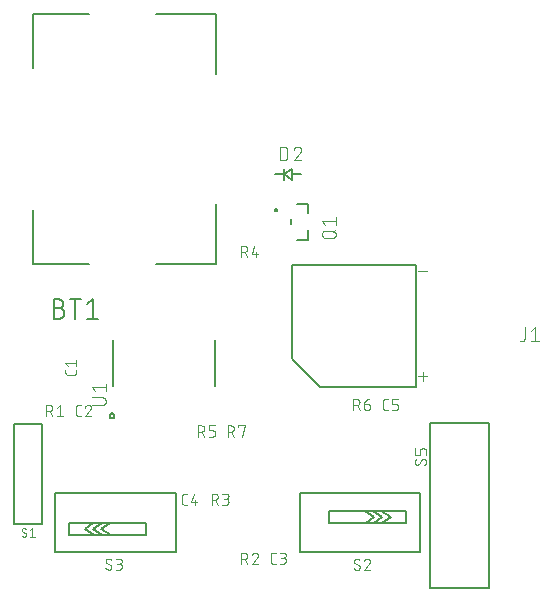
<source format=gbr>
G04 EAGLE Gerber RS-274X export*
G75*
%MOMM*%
%FSLAX34Y34*%
%LPD*%
%INSilkscreen Top*%
%IPPOS*%
%AMOC8*
5,1,8,0,0,1.08239X$1,22.5*%
G01*
%ADD10C,0.127000*%
%ADD11C,0.152400*%
%ADD12C,0.076200*%
%ADD13C,0.101600*%
%ADD14C,0.200000*%
%ADD15C,0.150000*%


D10*
X871300Y2084500D02*
X824500Y2084500D01*
X824500Y2130000D01*
X824500Y2250000D02*
X824500Y2295500D01*
X871300Y2295500D01*
X928700Y2084500D02*
X979500Y2084500D01*
X979500Y2135000D01*
X979500Y2245000D02*
X979500Y2295500D01*
X928700Y2295500D01*
D11*
X846276Y2047013D02*
X841761Y2047013D01*
X846276Y2047014D02*
X846409Y2047012D01*
X846541Y2047006D01*
X846673Y2046996D01*
X846805Y2046983D01*
X846937Y2046965D01*
X847067Y2046944D01*
X847198Y2046919D01*
X847327Y2046890D01*
X847455Y2046857D01*
X847583Y2046821D01*
X847709Y2046781D01*
X847834Y2046737D01*
X847958Y2046689D01*
X848080Y2046638D01*
X848201Y2046583D01*
X848320Y2046525D01*
X848438Y2046463D01*
X848553Y2046398D01*
X848667Y2046329D01*
X848778Y2046258D01*
X848887Y2046182D01*
X848994Y2046104D01*
X849099Y2046023D01*
X849201Y2045938D01*
X849301Y2045851D01*
X849398Y2045761D01*
X849493Y2045668D01*
X849584Y2045572D01*
X849673Y2045474D01*
X849759Y2045373D01*
X849842Y2045269D01*
X849922Y2045163D01*
X849998Y2045055D01*
X850072Y2044945D01*
X850142Y2044832D01*
X850209Y2044718D01*
X850272Y2044601D01*
X850332Y2044483D01*
X850389Y2044363D01*
X850442Y2044241D01*
X850491Y2044118D01*
X850537Y2043994D01*
X850579Y2043868D01*
X850617Y2043741D01*
X850652Y2043613D01*
X850683Y2043484D01*
X850710Y2043355D01*
X850733Y2043224D01*
X850753Y2043093D01*
X850768Y2042961D01*
X850780Y2042829D01*
X850788Y2042697D01*
X850792Y2042564D01*
X850792Y2042432D01*
X850788Y2042299D01*
X850780Y2042167D01*
X850768Y2042035D01*
X850753Y2041903D01*
X850733Y2041772D01*
X850710Y2041641D01*
X850683Y2041512D01*
X850652Y2041383D01*
X850617Y2041255D01*
X850579Y2041128D01*
X850537Y2041002D01*
X850491Y2040878D01*
X850442Y2040755D01*
X850389Y2040633D01*
X850332Y2040513D01*
X850272Y2040395D01*
X850209Y2040278D01*
X850142Y2040164D01*
X850072Y2040051D01*
X849998Y2039941D01*
X849922Y2039833D01*
X849842Y2039727D01*
X849759Y2039623D01*
X849673Y2039522D01*
X849584Y2039424D01*
X849493Y2039328D01*
X849398Y2039235D01*
X849301Y2039145D01*
X849201Y2039058D01*
X849099Y2038973D01*
X848994Y2038892D01*
X848887Y2038814D01*
X848778Y2038738D01*
X848667Y2038667D01*
X848553Y2038598D01*
X848438Y2038533D01*
X848320Y2038471D01*
X848201Y2038413D01*
X848080Y2038358D01*
X847958Y2038307D01*
X847834Y2038259D01*
X847709Y2038215D01*
X847583Y2038175D01*
X847455Y2038139D01*
X847327Y2038106D01*
X847198Y2038077D01*
X847067Y2038052D01*
X846937Y2038031D01*
X846805Y2038013D01*
X846673Y2038000D01*
X846541Y2037990D01*
X846409Y2037984D01*
X846276Y2037982D01*
X841761Y2037982D01*
X841761Y2054238D01*
X846276Y2054238D01*
X846395Y2054236D01*
X846515Y2054230D01*
X846634Y2054220D01*
X846752Y2054206D01*
X846871Y2054189D01*
X846988Y2054167D01*
X847105Y2054142D01*
X847220Y2054112D01*
X847335Y2054079D01*
X847449Y2054042D01*
X847561Y2054002D01*
X847672Y2053957D01*
X847781Y2053909D01*
X847889Y2053858D01*
X847995Y2053803D01*
X848099Y2053744D01*
X848201Y2053682D01*
X848301Y2053617D01*
X848399Y2053548D01*
X848495Y2053476D01*
X848588Y2053401D01*
X848678Y2053324D01*
X848766Y2053243D01*
X848851Y2053159D01*
X848933Y2053072D01*
X849013Y2052983D01*
X849089Y2052891D01*
X849163Y2052797D01*
X849233Y2052700D01*
X849300Y2052602D01*
X849364Y2052501D01*
X849424Y2052397D01*
X849481Y2052292D01*
X849534Y2052185D01*
X849584Y2052077D01*
X849630Y2051967D01*
X849672Y2051855D01*
X849711Y2051742D01*
X849746Y2051628D01*
X849777Y2051513D01*
X849805Y2051396D01*
X849828Y2051279D01*
X849848Y2051162D01*
X849864Y2051043D01*
X849876Y2050924D01*
X849884Y2050805D01*
X849888Y2050686D01*
X849888Y2050566D01*
X849884Y2050447D01*
X849876Y2050328D01*
X849864Y2050209D01*
X849848Y2050090D01*
X849828Y2049973D01*
X849805Y2049856D01*
X849777Y2049739D01*
X849746Y2049624D01*
X849711Y2049510D01*
X849672Y2049397D01*
X849630Y2049285D01*
X849584Y2049175D01*
X849534Y2049067D01*
X849481Y2048960D01*
X849424Y2048855D01*
X849364Y2048751D01*
X849300Y2048650D01*
X849233Y2048552D01*
X849163Y2048455D01*
X849089Y2048361D01*
X849013Y2048269D01*
X848933Y2048180D01*
X848851Y2048093D01*
X848766Y2048009D01*
X848678Y2047928D01*
X848588Y2047851D01*
X848495Y2047776D01*
X848399Y2047704D01*
X848301Y2047635D01*
X848201Y2047570D01*
X848099Y2047508D01*
X847995Y2047449D01*
X847889Y2047394D01*
X847781Y2047343D01*
X847672Y2047295D01*
X847561Y2047250D01*
X847449Y2047210D01*
X847335Y2047173D01*
X847220Y2047140D01*
X847105Y2047110D01*
X846988Y2047085D01*
X846871Y2047063D01*
X846752Y2047046D01*
X846634Y2047032D01*
X846515Y2047022D01*
X846395Y2047016D01*
X846276Y2047014D01*
X860133Y2054238D02*
X860133Y2037982D01*
X855618Y2054238D02*
X864649Y2054238D01*
X870207Y2050626D02*
X874722Y2054238D01*
X874722Y2037982D01*
X870207Y2037982D02*
X879238Y2037982D01*
D12*
X860869Y1994558D02*
X860869Y1992469D01*
X860867Y1992380D01*
X860861Y1992292D01*
X860852Y1992204D01*
X860839Y1992116D01*
X860822Y1992029D01*
X860802Y1991943D01*
X860777Y1991858D01*
X860750Y1991773D01*
X860718Y1991690D01*
X860684Y1991609D01*
X860645Y1991529D01*
X860604Y1991451D01*
X860559Y1991374D01*
X860511Y1991300D01*
X860460Y1991227D01*
X860406Y1991157D01*
X860348Y1991090D01*
X860288Y1991024D01*
X860226Y1990962D01*
X860160Y1990902D01*
X860093Y1990844D01*
X860023Y1990790D01*
X859950Y1990739D01*
X859876Y1990691D01*
X859799Y1990646D01*
X859721Y1990605D01*
X859641Y1990566D01*
X859560Y1990532D01*
X859477Y1990500D01*
X859392Y1990473D01*
X859307Y1990448D01*
X859221Y1990428D01*
X859134Y1990411D01*
X859046Y1990398D01*
X858958Y1990389D01*
X858870Y1990383D01*
X858781Y1990381D01*
X853559Y1990381D01*
X853468Y1990383D01*
X853377Y1990389D01*
X853286Y1990399D01*
X853196Y1990413D01*
X853107Y1990431D01*
X853018Y1990452D01*
X852931Y1990478D01*
X852845Y1990507D01*
X852760Y1990540D01*
X852676Y1990577D01*
X852594Y1990617D01*
X852515Y1990661D01*
X852437Y1990708D01*
X852361Y1990759D01*
X852287Y1990813D01*
X852216Y1990870D01*
X852148Y1990930D01*
X852082Y1990993D01*
X852019Y1991059D01*
X851959Y1991127D01*
X851902Y1991198D01*
X851848Y1991272D01*
X851797Y1991348D01*
X851750Y1991425D01*
X851706Y1991505D01*
X851666Y1991587D01*
X851629Y1991671D01*
X851596Y1991755D01*
X851567Y1991842D01*
X851541Y1991929D01*
X851520Y1992018D01*
X851502Y1992107D01*
X851488Y1992197D01*
X851478Y1992288D01*
X851472Y1992379D01*
X851470Y1992470D01*
X851471Y1992469D02*
X851471Y1994558D01*
X853559Y1998027D02*
X851471Y2000637D01*
X860869Y2000637D01*
X860869Y1998027D02*
X860869Y2003248D01*
X862469Y1955381D02*
X864558Y1955381D01*
X862469Y1955381D02*
X862380Y1955383D01*
X862292Y1955389D01*
X862204Y1955398D01*
X862116Y1955411D01*
X862029Y1955428D01*
X861943Y1955448D01*
X861858Y1955473D01*
X861773Y1955500D01*
X861690Y1955532D01*
X861609Y1955566D01*
X861529Y1955605D01*
X861451Y1955646D01*
X861374Y1955691D01*
X861300Y1955739D01*
X861227Y1955790D01*
X861157Y1955844D01*
X861090Y1955902D01*
X861024Y1955962D01*
X860962Y1956024D01*
X860902Y1956090D01*
X860844Y1956157D01*
X860790Y1956227D01*
X860739Y1956300D01*
X860691Y1956374D01*
X860646Y1956451D01*
X860605Y1956529D01*
X860566Y1956609D01*
X860532Y1956690D01*
X860500Y1956773D01*
X860473Y1956858D01*
X860448Y1956943D01*
X860428Y1957029D01*
X860411Y1957116D01*
X860398Y1957204D01*
X860389Y1957292D01*
X860383Y1957380D01*
X860381Y1957469D01*
X860381Y1962691D01*
X860383Y1962782D01*
X860389Y1962873D01*
X860399Y1962964D01*
X860413Y1963054D01*
X860430Y1963143D01*
X860452Y1963231D01*
X860478Y1963319D01*
X860507Y1963405D01*
X860540Y1963490D01*
X860577Y1963573D01*
X860617Y1963655D01*
X860661Y1963735D01*
X860708Y1963813D01*
X860759Y1963889D01*
X860812Y1963962D01*
X860869Y1964033D01*
X860930Y1964102D01*
X860993Y1964167D01*
X861058Y1964230D01*
X861127Y1964290D01*
X861198Y1964348D01*
X861271Y1964401D01*
X861347Y1964452D01*
X861425Y1964499D01*
X861505Y1964543D01*
X861587Y1964583D01*
X861670Y1964620D01*
X861755Y1964653D01*
X861841Y1964682D01*
X861929Y1964708D01*
X862017Y1964730D01*
X862106Y1964747D01*
X862196Y1964761D01*
X862287Y1964771D01*
X862378Y1964777D01*
X862469Y1964779D01*
X864558Y1964779D01*
X870898Y1964780D02*
X870993Y1964778D01*
X871087Y1964772D01*
X871181Y1964763D01*
X871275Y1964750D01*
X871368Y1964733D01*
X871460Y1964712D01*
X871552Y1964687D01*
X871642Y1964659D01*
X871731Y1964627D01*
X871819Y1964592D01*
X871905Y1964553D01*
X871990Y1964511D01*
X872073Y1964465D01*
X872154Y1964416D01*
X872233Y1964364D01*
X872310Y1964309D01*
X872384Y1964250D01*
X872456Y1964189D01*
X872526Y1964125D01*
X872593Y1964058D01*
X872657Y1963988D01*
X872718Y1963916D01*
X872777Y1963842D01*
X872832Y1963765D01*
X872884Y1963686D01*
X872933Y1963605D01*
X872979Y1963522D01*
X873021Y1963437D01*
X873060Y1963351D01*
X873095Y1963263D01*
X873127Y1963174D01*
X873155Y1963084D01*
X873180Y1962992D01*
X873201Y1962900D01*
X873218Y1962807D01*
X873231Y1962713D01*
X873240Y1962619D01*
X873246Y1962525D01*
X873248Y1962430D01*
X870898Y1964779D02*
X870790Y1964777D01*
X870681Y1964771D01*
X870573Y1964761D01*
X870466Y1964748D01*
X870359Y1964730D01*
X870252Y1964709D01*
X870147Y1964684D01*
X870042Y1964655D01*
X869939Y1964623D01*
X869837Y1964586D01*
X869736Y1964546D01*
X869637Y1964503D01*
X869539Y1964456D01*
X869443Y1964405D01*
X869349Y1964351D01*
X869257Y1964294D01*
X869167Y1964233D01*
X869079Y1964169D01*
X868994Y1964103D01*
X868911Y1964033D01*
X868831Y1963960D01*
X868753Y1963884D01*
X868678Y1963806D01*
X868606Y1963725D01*
X868537Y1963641D01*
X868471Y1963555D01*
X868408Y1963467D01*
X868349Y1963376D01*
X868292Y1963284D01*
X868239Y1963189D01*
X868190Y1963093D01*
X868144Y1962994D01*
X868101Y1962895D01*
X868062Y1962793D01*
X868027Y1962691D01*
X872465Y1960602D02*
X872534Y1960671D01*
X872600Y1960742D01*
X872664Y1960815D01*
X872725Y1960891D01*
X872783Y1960970D01*
X872837Y1961050D01*
X872889Y1961133D01*
X872937Y1961217D01*
X872983Y1961303D01*
X873024Y1961391D01*
X873063Y1961481D01*
X873098Y1961572D01*
X873129Y1961664D01*
X873157Y1961757D01*
X873181Y1961851D01*
X873201Y1961946D01*
X873218Y1962042D01*
X873231Y1962139D01*
X873240Y1962236D01*
X873246Y1962333D01*
X873248Y1962430D01*
X872465Y1960602D02*
X868027Y1955381D01*
X873248Y1955381D01*
X1027469Y1830381D02*
X1029558Y1830381D01*
X1027469Y1830381D02*
X1027380Y1830383D01*
X1027292Y1830389D01*
X1027204Y1830398D01*
X1027116Y1830411D01*
X1027029Y1830428D01*
X1026943Y1830448D01*
X1026858Y1830473D01*
X1026773Y1830500D01*
X1026690Y1830532D01*
X1026609Y1830566D01*
X1026529Y1830605D01*
X1026451Y1830646D01*
X1026374Y1830691D01*
X1026300Y1830739D01*
X1026227Y1830790D01*
X1026157Y1830844D01*
X1026090Y1830902D01*
X1026024Y1830962D01*
X1025962Y1831024D01*
X1025902Y1831090D01*
X1025844Y1831157D01*
X1025790Y1831227D01*
X1025739Y1831300D01*
X1025691Y1831374D01*
X1025646Y1831451D01*
X1025605Y1831529D01*
X1025566Y1831609D01*
X1025532Y1831690D01*
X1025500Y1831773D01*
X1025473Y1831858D01*
X1025448Y1831943D01*
X1025428Y1832029D01*
X1025411Y1832116D01*
X1025398Y1832204D01*
X1025389Y1832292D01*
X1025383Y1832380D01*
X1025381Y1832469D01*
X1025381Y1837691D01*
X1025383Y1837782D01*
X1025389Y1837873D01*
X1025399Y1837964D01*
X1025413Y1838054D01*
X1025430Y1838143D01*
X1025452Y1838231D01*
X1025478Y1838319D01*
X1025507Y1838405D01*
X1025540Y1838490D01*
X1025577Y1838573D01*
X1025617Y1838655D01*
X1025661Y1838735D01*
X1025708Y1838813D01*
X1025759Y1838889D01*
X1025812Y1838962D01*
X1025869Y1839033D01*
X1025930Y1839102D01*
X1025993Y1839167D01*
X1026058Y1839230D01*
X1026127Y1839290D01*
X1026198Y1839348D01*
X1026271Y1839401D01*
X1026347Y1839452D01*
X1026425Y1839499D01*
X1026505Y1839543D01*
X1026587Y1839583D01*
X1026670Y1839620D01*
X1026755Y1839653D01*
X1026841Y1839682D01*
X1026929Y1839708D01*
X1027017Y1839730D01*
X1027106Y1839747D01*
X1027196Y1839761D01*
X1027287Y1839771D01*
X1027378Y1839777D01*
X1027469Y1839779D01*
X1029558Y1839779D01*
X1033027Y1830381D02*
X1035637Y1830381D01*
X1035738Y1830383D01*
X1035839Y1830389D01*
X1035940Y1830399D01*
X1036040Y1830412D01*
X1036140Y1830430D01*
X1036239Y1830451D01*
X1036337Y1830477D01*
X1036434Y1830506D01*
X1036530Y1830538D01*
X1036624Y1830575D01*
X1036717Y1830615D01*
X1036809Y1830659D01*
X1036898Y1830706D01*
X1036986Y1830757D01*
X1037072Y1830811D01*
X1037155Y1830868D01*
X1037237Y1830928D01*
X1037315Y1830992D01*
X1037392Y1831058D01*
X1037465Y1831128D01*
X1037536Y1831200D01*
X1037604Y1831275D01*
X1037669Y1831353D01*
X1037731Y1831433D01*
X1037790Y1831515D01*
X1037846Y1831600D01*
X1037898Y1831687D01*
X1037947Y1831775D01*
X1037993Y1831866D01*
X1038034Y1831958D01*
X1038073Y1832052D01*
X1038107Y1832147D01*
X1038138Y1832243D01*
X1038165Y1832341D01*
X1038189Y1832439D01*
X1038208Y1832539D01*
X1038224Y1832639D01*
X1038236Y1832739D01*
X1038244Y1832840D01*
X1038248Y1832941D01*
X1038248Y1833043D01*
X1038244Y1833144D01*
X1038236Y1833245D01*
X1038224Y1833345D01*
X1038208Y1833445D01*
X1038189Y1833545D01*
X1038165Y1833643D01*
X1038138Y1833741D01*
X1038107Y1833837D01*
X1038073Y1833932D01*
X1038034Y1834026D01*
X1037993Y1834118D01*
X1037947Y1834209D01*
X1037898Y1834298D01*
X1037846Y1834384D01*
X1037790Y1834469D01*
X1037731Y1834551D01*
X1037669Y1834631D01*
X1037604Y1834709D01*
X1037536Y1834784D01*
X1037465Y1834856D01*
X1037392Y1834926D01*
X1037315Y1834992D01*
X1037237Y1835056D01*
X1037155Y1835116D01*
X1037072Y1835173D01*
X1036986Y1835227D01*
X1036898Y1835278D01*
X1036809Y1835325D01*
X1036717Y1835369D01*
X1036624Y1835409D01*
X1036530Y1835446D01*
X1036434Y1835478D01*
X1036337Y1835507D01*
X1036239Y1835533D01*
X1036140Y1835554D01*
X1036040Y1835572D01*
X1035940Y1835585D01*
X1035839Y1835595D01*
X1035738Y1835601D01*
X1035637Y1835603D01*
X1036159Y1839779D02*
X1033027Y1839779D01*
X1036159Y1839779D02*
X1036249Y1839777D01*
X1036338Y1839771D01*
X1036428Y1839762D01*
X1036517Y1839748D01*
X1036605Y1839731D01*
X1036692Y1839710D01*
X1036779Y1839685D01*
X1036864Y1839656D01*
X1036948Y1839624D01*
X1037030Y1839589D01*
X1037111Y1839549D01*
X1037190Y1839507D01*
X1037267Y1839461D01*
X1037342Y1839411D01*
X1037415Y1839359D01*
X1037486Y1839303D01*
X1037554Y1839245D01*
X1037619Y1839183D01*
X1037682Y1839119D01*
X1037742Y1839052D01*
X1037799Y1838983D01*
X1037853Y1838911D01*
X1037904Y1838837D01*
X1037952Y1838761D01*
X1037996Y1838683D01*
X1038037Y1838603D01*
X1038075Y1838521D01*
X1038109Y1838438D01*
X1038139Y1838353D01*
X1038166Y1838267D01*
X1038189Y1838181D01*
X1038208Y1838093D01*
X1038223Y1838004D01*
X1038235Y1837915D01*
X1038243Y1837826D01*
X1038247Y1837736D01*
X1038247Y1837646D01*
X1038243Y1837556D01*
X1038235Y1837467D01*
X1038223Y1837378D01*
X1038208Y1837289D01*
X1038189Y1837201D01*
X1038166Y1837115D01*
X1038139Y1837029D01*
X1038109Y1836944D01*
X1038075Y1836861D01*
X1038037Y1836779D01*
X1037996Y1836699D01*
X1037952Y1836621D01*
X1037904Y1836545D01*
X1037853Y1836471D01*
X1037799Y1836399D01*
X1037742Y1836330D01*
X1037682Y1836263D01*
X1037619Y1836199D01*
X1037554Y1836137D01*
X1037486Y1836079D01*
X1037415Y1836023D01*
X1037342Y1835971D01*
X1037267Y1835921D01*
X1037190Y1835875D01*
X1037111Y1835833D01*
X1037030Y1835793D01*
X1036948Y1835758D01*
X1036864Y1835726D01*
X1036779Y1835697D01*
X1036692Y1835672D01*
X1036605Y1835651D01*
X1036517Y1835634D01*
X1036428Y1835620D01*
X1036338Y1835611D01*
X1036249Y1835605D01*
X1036159Y1835603D01*
X1036159Y1835602D02*
X1034071Y1835602D01*
X954558Y1880381D02*
X952469Y1880381D01*
X952380Y1880383D01*
X952292Y1880389D01*
X952204Y1880398D01*
X952116Y1880411D01*
X952029Y1880428D01*
X951943Y1880448D01*
X951858Y1880473D01*
X951773Y1880500D01*
X951690Y1880532D01*
X951609Y1880566D01*
X951529Y1880605D01*
X951451Y1880646D01*
X951374Y1880691D01*
X951300Y1880739D01*
X951227Y1880790D01*
X951157Y1880844D01*
X951090Y1880902D01*
X951024Y1880962D01*
X950962Y1881024D01*
X950902Y1881090D01*
X950844Y1881157D01*
X950790Y1881227D01*
X950739Y1881300D01*
X950691Y1881374D01*
X950646Y1881451D01*
X950605Y1881529D01*
X950566Y1881609D01*
X950532Y1881690D01*
X950500Y1881773D01*
X950473Y1881858D01*
X950448Y1881943D01*
X950428Y1882029D01*
X950411Y1882116D01*
X950398Y1882204D01*
X950389Y1882292D01*
X950383Y1882380D01*
X950381Y1882469D01*
X950381Y1887691D01*
X950383Y1887782D01*
X950389Y1887873D01*
X950399Y1887964D01*
X950413Y1888054D01*
X950430Y1888143D01*
X950452Y1888231D01*
X950478Y1888319D01*
X950507Y1888405D01*
X950540Y1888490D01*
X950577Y1888573D01*
X950617Y1888655D01*
X950661Y1888735D01*
X950708Y1888813D01*
X950759Y1888889D01*
X950812Y1888962D01*
X950869Y1889033D01*
X950930Y1889102D01*
X950993Y1889167D01*
X951058Y1889230D01*
X951127Y1889290D01*
X951198Y1889348D01*
X951271Y1889401D01*
X951347Y1889452D01*
X951425Y1889499D01*
X951505Y1889543D01*
X951587Y1889583D01*
X951670Y1889620D01*
X951755Y1889653D01*
X951841Y1889682D01*
X951929Y1889708D01*
X952017Y1889730D01*
X952106Y1889747D01*
X952196Y1889761D01*
X952287Y1889771D01*
X952378Y1889777D01*
X952469Y1889779D01*
X954558Y1889779D01*
X960115Y1889779D02*
X958027Y1882469D01*
X963248Y1882469D01*
X961681Y1880381D02*
X961681Y1884558D01*
X1122469Y1960381D02*
X1124558Y1960381D01*
X1122469Y1960381D02*
X1122380Y1960383D01*
X1122292Y1960389D01*
X1122204Y1960398D01*
X1122116Y1960411D01*
X1122029Y1960428D01*
X1121943Y1960448D01*
X1121858Y1960473D01*
X1121773Y1960500D01*
X1121690Y1960532D01*
X1121609Y1960566D01*
X1121529Y1960605D01*
X1121451Y1960646D01*
X1121374Y1960691D01*
X1121300Y1960739D01*
X1121227Y1960790D01*
X1121157Y1960844D01*
X1121090Y1960902D01*
X1121024Y1960962D01*
X1120962Y1961024D01*
X1120902Y1961090D01*
X1120844Y1961157D01*
X1120790Y1961227D01*
X1120739Y1961300D01*
X1120691Y1961374D01*
X1120646Y1961451D01*
X1120605Y1961529D01*
X1120566Y1961609D01*
X1120532Y1961690D01*
X1120500Y1961773D01*
X1120473Y1961858D01*
X1120448Y1961943D01*
X1120428Y1962029D01*
X1120411Y1962116D01*
X1120398Y1962204D01*
X1120389Y1962292D01*
X1120383Y1962380D01*
X1120381Y1962469D01*
X1120381Y1967691D01*
X1120383Y1967782D01*
X1120389Y1967873D01*
X1120399Y1967964D01*
X1120413Y1968054D01*
X1120430Y1968143D01*
X1120452Y1968231D01*
X1120478Y1968319D01*
X1120507Y1968405D01*
X1120540Y1968490D01*
X1120577Y1968573D01*
X1120617Y1968655D01*
X1120661Y1968735D01*
X1120708Y1968813D01*
X1120759Y1968889D01*
X1120812Y1968962D01*
X1120869Y1969033D01*
X1120930Y1969102D01*
X1120993Y1969167D01*
X1121058Y1969230D01*
X1121127Y1969290D01*
X1121198Y1969348D01*
X1121271Y1969401D01*
X1121347Y1969452D01*
X1121425Y1969499D01*
X1121505Y1969543D01*
X1121587Y1969583D01*
X1121670Y1969620D01*
X1121755Y1969653D01*
X1121841Y1969682D01*
X1121929Y1969708D01*
X1122017Y1969730D01*
X1122106Y1969747D01*
X1122196Y1969761D01*
X1122287Y1969771D01*
X1122378Y1969777D01*
X1122469Y1969779D01*
X1124558Y1969779D01*
X1128027Y1960381D02*
X1131159Y1960381D01*
X1131248Y1960383D01*
X1131336Y1960389D01*
X1131424Y1960398D01*
X1131512Y1960411D01*
X1131599Y1960428D01*
X1131685Y1960448D01*
X1131770Y1960473D01*
X1131855Y1960500D01*
X1131938Y1960532D01*
X1132019Y1960566D01*
X1132099Y1960605D01*
X1132177Y1960646D01*
X1132254Y1960691D01*
X1132328Y1960739D01*
X1132401Y1960790D01*
X1132471Y1960844D01*
X1132538Y1960902D01*
X1132604Y1960962D01*
X1132666Y1961024D01*
X1132726Y1961090D01*
X1132784Y1961157D01*
X1132838Y1961227D01*
X1132889Y1961300D01*
X1132937Y1961374D01*
X1132982Y1961451D01*
X1133023Y1961529D01*
X1133062Y1961609D01*
X1133096Y1961690D01*
X1133128Y1961773D01*
X1133155Y1961858D01*
X1133180Y1961943D01*
X1133200Y1962029D01*
X1133217Y1962116D01*
X1133230Y1962204D01*
X1133239Y1962292D01*
X1133245Y1962380D01*
X1133247Y1962469D01*
X1133248Y1962469D02*
X1133248Y1963514D01*
X1133247Y1963514D02*
X1133245Y1963603D01*
X1133239Y1963691D01*
X1133230Y1963779D01*
X1133217Y1963867D01*
X1133200Y1963954D01*
X1133180Y1964040D01*
X1133155Y1964125D01*
X1133128Y1964210D01*
X1133096Y1964293D01*
X1133062Y1964374D01*
X1133023Y1964454D01*
X1132982Y1964532D01*
X1132937Y1964609D01*
X1132889Y1964683D01*
X1132838Y1964756D01*
X1132784Y1964826D01*
X1132726Y1964893D01*
X1132666Y1964959D01*
X1132604Y1965021D01*
X1132538Y1965081D01*
X1132471Y1965139D01*
X1132401Y1965193D01*
X1132328Y1965244D01*
X1132254Y1965292D01*
X1132177Y1965337D01*
X1132099Y1965378D01*
X1132019Y1965417D01*
X1131938Y1965451D01*
X1131855Y1965483D01*
X1131770Y1965510D01*
X1131685Y1965535D01*
X1131599Y1965555D01*
X1131512Y1965572D01*
X1131424Y1965585D01*
X1131336Y1965594D01*
X1131248Y1965600D01*
X1131159Y1965602D01*
X1128027Y1965602D01*
X1128027Y1969779D01*
X1133248Y1969779D01*
D10*
X1043175Y2155237D02*
X1036825Y2160000D01*
X1043175Y2160000D02*
X1043175Y2155237D01*
X1043175Y2160000D02*
X1043175Y2164763D01*
X1036825Y2160000D01*
X1036825Y2155237D01*
X1036825Y2160000D02*
X1036825Y2164763D01*
X1043175Y2160000D02*
X1051113Y2160000D01*
X1036825Y2160000D02*
X1028887Y2160000D01*
D13*
X1032940Y2171933D02*
X1032940Y2183617D01*
X1036185Y2183617D01*
X1036298Y2183615D01*
X1036411Y2183609D01*
X1036524Y2183599D01*
X1036637Y2183585D01*
X1036749Y2183568D01*
X1036860Y2183546D01*
X1036970Y2183521D01*
X1037080Y2183491D01*
X1037188Y2183458D01*
X1037295Y2183421D01*
X1037401Y2183381D01*
X1037505Y2183336D01*
X1037608Y2183288D01*
X1037709Y2183237D01*
X1037808Y2183182D01*
X1037905Y2183124D01*
X1038000Y2183062D01*
X1038093Y2182997D01*
X1038183Y2182929D01*
X1038271Y2182858D01*
X1038357Y2182783D01*
X1038440Y2182706D01*
X1038520Y2182626D01*
X1038597Y2182543D01*
X1038672Y2182457D01*
X1038743Y2182369D01*
X1038811Y2182279D01*
X1038876Y2182186D01*
X1038938Y2182091D01*
X1038996Y2181994D01*
X1039051Y2181895D01*
X1039102Y2181794D01*
X1039150Y2181691D01*
X1039195Y2181587D01*
X1039235Y2181481D01*
X1039272Y2181374D01*
X1039305Y2181266D01*
X1039335Y2181156D01*
X1039360Y2181046D01*
X1039382Y2180935D01*
X1039399Y2180823D01*
X1039413Y2180710D01*
X1039423Y2180597D01*
X1039429Y2180484D01*
X1039431Y2180371D01*
X1039431Y2175179D01*
X1039432Y2175179D02*
X1039430Y2175066D01*
X1039424Y2174953D01*
X1039414Y2174840D01*
X1039400Y2174727D01*
X1039383Y2174615D01*
X1039361Y2174504D01*
X1039336Y2174394D01*
X1039306Y2174284D01*
X1039273Y2174176D01*
X1039236Y2174069D01*
X1039196Y2173963D01*
X1039151Y2173859D01*
X1039103Y2173756D01*
X1039052Y2173655D01*
X1038997Y2173556D01*
X1038939Y2173459D01*
X1038877Y2173364D01*
X1038812Y2173271D01*
X1038744Y2173181D01*
X1038673Y2173093D01*
X1038598Y2173007D01*
X1038521Y2172924D01*
X1038441Y2172844D01*
X1038358Y2172767D01*
X1038272Y2172692D01*
X1038184Y2172621D01*
X1038094Y2172553D01*
X1038001Y2172488D01*
X1037906Y2172426D01*
X1037809Y2172368D01*
X1037710Y2172313D01*
X1037609Y2172262D01*
X1037506Y2172214D01*
X1037402Y2172169D01*
X1037296Y2172129D01*
X1037189Y2172092D01*
X1037081Y2172059D01*
X1036971Y2172029D01*
X1036861Y2172004D01*
X1036750Y2171982D01*
X1036638Y2171965D01*
X1036525Y2171951D01*
X1036412Y2171941D01*
X1036299Y2171935D01*
X1036186Y2171933D01*
X1036185Y2171933D02*
X1032940Y2171933D01*
X1048321Y2183617D02*
X1048428Y2183615D01*
X1048534Y2183609D01*
X1048640Y2183599D01*
X1048746Y2183586D01*
X1048852Y2183568D01*
X1048956Y2183547D01*
X1049060Y2183522D01*
X1049163Y2183493D01*
X1049264Y2183461D01*
X1049364Y2183424D01*
X1049463Y2183384D01*
X1049561Y2183341D01*
X1049657Y2183294D01*
X1049751Y2183243D01*
X1049843Y2183189D01*
X1049933Y2183132D01*
X1050021Y2183072D01*
X1050106Y2183008D01*
X1050189Y2182941D01*
X1050270Y2182871D01*
X1050348Y2182799D01*
X1050424Y2182723D01*
X1050496Y2182645D01*
X1050566Y2182564D01*
X1050633Y2182481D01*
X1050697Y2182396D01*
X1050757Y2182308D01*
X1050814Y2182218D01*
X1050868Y2182126D01*
X1050919Y2182032D01*
X1050966Y2181936D01*
X1051009Y2181838D01*
X1051049Y2181739D01*
X1051086Y2181639D01*
X1051118Y2181538D01*
X1051147Y2181435D01*
X1051172Y2181331D01*
X1051193Y2181227D01*
X1051211Y2181121D01*
X1051224Y2181015D01*
X1051234Y2180909D01*
X1051240Y2180803D01*
X1051242Y2180696D01*
X1048321Y2183617D02*
X1048200Y2183615D01*
X1048079Y2183609D01*
X1047959Y2183599D01*
X1047838Y2183586D01*
X1047719Y2183568D01*
X1047599Y2183547D01*
X1047481Y2183522D01*
X1047364Y2183493D01*
X1047247Y2183460D01*
X1047132Y2183424D01*
X1047018Y2183383D01*
X1046905Y2183340D01*
X1046793Y2183292D01*
X1046684Y2183241D01*
X1046576Y2183186D01*
X1046469Y2183128D01*
X1046365Y2183067D01*
X1046263Y2183002D01*
X1046163Y2182934D01*
X1046065Y2182863D01*
X1045969Y2182789D01*
X1045876Y2182712D01*
X1045786Y2182631D01*
X1045698Y2182548D01*
X1045613Y2182462D01*
X1045530Y2182373D01*
X1045451Y2182282D01*
X1045374Y2182188D01*
X1045301Y2182092D01*
X1045231Y2181994D01*
X1045164Y2181893D01*
X1045100Y2181790D01*
X1045040Y2181685D01*
X1044983Y2181578D01*
X1044929Y2181470D01*
X1044879Y2181360D01*
X1044833Y2181248D01*
X1044790Y2181135D01*
X1044751Y2181020D01*
X1050269Y2178424D02*
X1050348Y2178501D01*
X1050424Y2178582D01*
X1050497Y2178665D01*
X1050567Y2178750D01*
X1050634Y2178838D01*
X1050698Y2178928D01*
X1050758Y2179020D01*
X1050815Y2179115D01*
X1050869Y2179211D01*
X1050920Y2179309D01*
X1050967Y2179409D01*
X1051011Y2179511D01*
X1051051Y2179614D01*
X1051087Y2179718D01*
X1051119Y2179824D01*
X1051148Y2179930D01*
X1051173Y2180038D01*
X1051195Y2180146D01*
X1051212Y2180256D01*
X1051226Y2180365D01*
X1051235Y2180475D01*
X1051241Y2180586D01*
X1051243Y2180696D01*
X1050268Y2178424D02*
X1044751Y2171933D01*
X1051242Y2171933D01*
D10*
X1047700Y2135200D02*
X1057000Y2135200D01*
X1057000Y2127200D01*
X1043000Y2122300D02*
X1043000Y2117700D01*
X1047700Y2104800D02*
X1057000Y2104800D01*
X1057000Y2112800D01*
D14*
X1029000Y2130000D02*
X1029002Y2130063D01*
X1029008Y2130125D01*
X1029018Y2130187D01*
X1029031Y2130249D01*
X1029049Y2130309D01*
X1029070Y2130368D01*
X1029095Y2130426D01*
X1029124Y2130482D01*
X1029156Y2130536D01*
X1029191Y2130588D01*
X1029229Y2130637D01*
X1029271Y2130685D01*
X1029315Y2130729D01*
X1029363Y2130771D01*
X1029412Y2130809D01*
X1029464Y2130844D01*
X1029518Y2130876D01*
X1029574Y2130905D01*
X1029632Y2130930D01*
X1029691Y2130951D01*
X1029751Y2130969D01*
X1029813Y2130982D01*
X1029875Y2130992D01*
X1029937Y2130998D01*
X1030000Y2131000D01*
X1030063Y2130998D01*
X1030125Y2130992D01*
X1030187Y2130982D01*
X1030249Y2130969D01*
X1030309Y2130951D01*
X1030368Y2130930D01*
X1030426Y2130905D01*
X1030482Y2130876D01*
X1030536Y2130844D01*
X1030588Y2130809D01*
X1030637Y2130771D01*
X1030685Y2130729D01*
X1030729Y2130685D01*
X1030771Y2130637D01*
X1030809Y2130588D01*
X1030844Y2130536D01*
X1030876Y2130482D01*
X1030905Y2130426D01*
X1030930Y2130368D01*
X1030951Y2130309D01*
X1030969Y2130249D01*
X1030982Y2130187D01*
X1030992Y2130125D01*
X1030998Y2130063D01*
X1031000Y2130000D01*
X1030998Y2129937D01*
X1030992Y2129875D01*
X1030982Y2129813D01*
X1030969Y2129751D01*
X1030951Y2129691D01*
X1030930Y2129632D01*
X1030905Y2129574D01*
X1030876Y2129518D01*
X1030844Y2129464D01*
X1030809Y2129412D01*
X1030771Y2129363D01*
X1030729Y2129315D01*
X1030685Y2129271D01*
X1030637Y2129229D01*
X1030588Y2129191D01*
X1030536Y2129156D01*
X1030482Y2129124D01*
X1030426Y2129095D01*
X1030368Y2129070D01*
X1030309Y2129049D01*
X1030249Y2129031D01*
X1030187Y2129018D01*
X1030125Y2129008D01*
X1030063Y2129002D01*
X1030000Y2129000D01*
X1029937Y2129002D01*
X1029875Y2129008D01*
X1029813Y2129018D01*
X1029751Y2129031D01*
X1029691Y2129049D01*
X1029632Y2129070D01*
X1029574Y2129095D01*
X1029518Y2129124D01*
X1029464Y2129156D01*
X1029412Y2129191D01*
X1029363Y2129229D01*
X1029315Y2129271D01*
X1029271Y2129315D01*
X1029229Y2129363D01*
X1029191Y2129412D01*
X1029156Y2129464D01*
X1029124Y2129518D01*
X1029095Y2129574D01*
X1029070Y2129632D01*
X1029049Y2129691D01*
X1029031Y2129751D01*
X1029018Y2129813D01*
X1029008Y2129875D01*
X1029002Y2129937D01*
X1029000Y2130000D01*
D13*
X1072054Y2106008D02*
X1077246Y2106008D01*
X1072054Y2106008D02*
X1071941Y2106010D01*
X1071828Y2106016D01*
X1071715Y2106026D01*
X1071602Y2106040D01*
X1071490Y2106057D01*
X1071379Y2106079D01*
X1071269Y2106104D01*
X1071159Y2106134D01*
X1071051Y2106167D01*
X1070944Y2106204D01*
X1070838Y2106244D01*
X1070734Y2106289D01*
X1070631Y2106337D01*
X1070530Y2106388D01*
X1070431Y2106443D01*
X1070334Y2106501D01*
X1070239Y2106563D01*
X1070146Y2106628D01*
X1070056Y2106696D01*
X1069968Y2106767D01*
X1069882Y2106842D01*
X1069799Y2106919D01*
X1069719Y2106999D01*
X1069642Y2107082D01*
X1069567Y2107168D01*
X1069496Y2107256D01*
X1069428Y2107346D01*
X1069363Y2107439D01*
X1069301Y2107534D01*
X1069243Y2107631D01*
X1069188Y2107730D01*
X1069137Y2107831D01*
X1069089Y2107934D01*
X1069044Y2108038D01*
X1069004Y2108144D01*
X1068967Y2108251D01*
X1068934Y2108359D01*
X1068904Y2108469D01*
X1068879Y2108579D01*
X1068857Y2108690D01*
X1068840Y2108802D01*
X1068826Y2108915D01*
X1068816Y2109028D01*
X1068810Y2109141D01*
X1068808Y2109254D01*
X1068810Y2109367D01*
X1068816Y2109480D01*
X1068826Y2109593D01*
X1068840Y2109706D01*
X1068857Y2109818D01*
X1068879Y2109929D01*
X1068904Y2110039D01*
X1068934Y2110149D01*
X1068967Y2110257D01*
X1069004Y2110364D01*
X1069044Y2110470D01*
X1069089Y2110574D01*
X1069137Y2110677D01*
X1069188Y2110778D01*
X1069243Y2110877D01*
X1069301Y2110974D01*
X1069363Y2111069D01*
X1069428Y2111162D01*
X1069496Y2111252D01*
X1069567Y2111340D01*
X1069642Y2111426D01*
X1069719Y2111509D01*
X1069799Y2111589D01*
X1069882Y2111666D01*
X1069968Y2111741D01*
X1070056Y2111812D01*
X1070146Y2111880D01*
X1070239Y2111945D01*
X1070334Y2112007D01*
X1070431Y2112065D01*
X1070530Y2112120D01*
X1070631Y2112171D01*
X1070734Y2112219D01*
X1070838Y2112264D01*
X1070944Y2112304D01*
X1071051Y2112341D01*
X1071159Y2112374D01*
X1071269Y2112404D01*
X1071379Y2112429D01*
X1071490Y2112451D01*
X1071602Y2112468D01*
X1071715Y2112482D01*
X1071828Y2112492D01*
X1071941Y2112498D01*
X1072054Y2112500D01*
X1072054Y2112499D02*
X1077246Y2112499D01*
X1077246Y2112500D02*
X1077359Y2112498D01*
X1077472Y2112492D01*
X1077585Y2112482D01*
X1077698Y2112468D01*
X1077810Y2112451D01*
X1077921Y2112429D01*
X1078031Y2112404D01*
X1078141Y2112374D01*
X1078249Y2112341D01*
X1078356Y2112304D01*
X1078462Y2112264D01*
X1078566Y2112219D01*
X1078669Y2112171D01*
X1078770Y2112120D01*
X1078869Y2112065D01*
X1078966Y2112007D01*
X1079061Y2111945D01*
X1079154Y2111880D01*
X1079244Y2111812D01*
X1079332Y2111741D01*
X1079418Y2111666D01*
X1079501Y2111589D01*
X1079581Y2111509D01*
X1079658Y2111426D01*
X1079733Y2111340D01*
X1079804Y2111252D01*
X1079872Y2111162D01*
X1079937Y2111069D01*
X1079999Y2110974D01*
X1080057Y2110877D01*
X1080112Y2110778D01*
X1080163Y2110677D01*
X1080211Y2110574D01*
X1080256Y2110470D01*
X1080296Y2110364D01*
X1080333Y2110257D01*
X1080366Y2110149D01*
X1080396Y2110039D01*
X1080421Y2109929D01*
X1080443Y2109818D01*
X1080460Y2109706D01*
X1080474Y2109593D01*
X1080484Y2109480D01*
X1080490Y2109367D01*
X1080492Y2109254D01*
X1080490Y2109141D01*
X1080484Y2109028D01*
X1080474Y2108915D01*
X1080460Y2108802D01*
X1080443Y2108690D01*
X1080421Y2108579D01*
X1080396Y2108469D01*
X1080366Y2108359D01*
X1080333Y2108251D01*
X1080296Y2108144D01*
X1080256Y2108038D01*
X1080211Y2107934D01*
X1080163Y2107831D01*
X1080112Y2107730D01*
X1080057Y2107631D01*
X1079999Y2107534D01*
X1079937Y2107439D01*
X1079872Y2107346D01*
X1079804Y2107256D01*
X1079733Y2107168D01*
X1079658Y2107082D01*
X1079581Y2106999D01*
X1079501Y2106919D01*
X1079418Y2106842D01*
X1079332Y2106767D01*
X1079244Y2106696D01*
X1079154Y2106628D01*
X1079061Y2106563D01*
X1078966Y2106501D01*
X1078869Y2106443D01*
X1078770Y2106388D01*
X1078669Y2106337D01*
X1078566Y2106289D01*
X1078462Y2106244D01*
X1078356Y2106204D01*
X1078249Y2106167D01*
X1078141Y2106134D01*
X1078031Y2106104D01*
X1077921Y2106079D01*
X1077810Y2106057D01*
X1077698Y2106040D01*
X1077585Y2106026D01*
X1077472Y2106016D01*
X1077359Y2106010D01*
X1077246Y2106008D01*
X1077896Y2111201D02*
X1080492Y2113797D01*
X1071404Y2117152D02*
X1068808Y2120397D01*
X1080492Y2120397D01*
X1080492Y2117152D02*
X1080492Y2123643D01*
D12*
X835381Y1964779D02*
X835381Y1955381D01*
X835381Y1964779D02*
X837992Y1964779D01*
X838093Y1964777D01*
X838194Y1964771D01*
X838295Y1964761D01*
X838395Y1964748D01*
X838495Y1964730D01*
X838594Y1964709D01*
X838692Y1964683D01*
X838789Y1964654D01*
X838885Y1964622D01*
X838979Y1964585D01*
X839072Y1964545D01*
X839164Y1964501D01*
X839253Y1964454D01*
X839341Y1964403D01*
X839427Y1964349D01*
X839510Y1964292D01*
X839592Y1964232D01*
X839670Y1964168D01*
X839747Y1964102D01*
X839820Y1964032D01*
X839891Y1963960D01*
X839959Y1963885D01*
X840024Y1963807D01*
X840086Y1963727D01*
X840145Y1963645D01*
X840201Y1963560D01*
X840253Y1963474D01*
X840302Y1963385D01*
X840348Y1963294D01*
X840389Y1963202D01*
X840428Y1963108D01*
X840462Y1963013D01*
X840493Y1962917D01*
X840520Y1962819D01*
X840544Y1962721D01*
X840563Y1962621D01*
X840579Y1962521D01*
X840591Y1962421D01*
X840599Y1962320D01*
X840603Y1962219D01*
X840603Y1962117D01*
X840599Y1962016D01*
X840591Y1961915D01*
X840579Y1961815D01*
X840563Y1961715D01*
X840544Y1961615D01*
X840520Y1961517D01*
X840493Y1961419D01*
X840462Y1961323D01*
X840428Y1961228D01*
X840389Y1961134D01*
X840348Y1961042D01*
X840302Y1960951D01*
X840253Y1960863D01*
X840201Y1960776D01*
X840145Y1960691D01*
X840086Y1960609D01*
X840024Y1960529D01*
X839959Y1960451D01*
X839891Y1960376D01*
X839820Y1960304D01*
X839747Y1960234D01*
X839670Y1960168D01*
X839592Y1960104D01*
X839510Y1960044D01*
X839427Y1959987D01*
X839341Y1959933D01*
X839253Y1959882D01*
X839164Y1959835D01*
X839072Y1959791D01*
X838979Y1959751D01*
X838885Y1959714D01*
X838789Y1959682D01*
X838692Y1959653D01*
X838594Y1959627D01*
X838495Y1959606D01*
X838395Y1959588D01*
X838295Y1959575D01*
X838194Y1959565D01*
X838093Y1959559D01*
X837992Y1959557D01*
X837992Y1959558D02*
X835381Y1959558D01*
X838514Y1959558D02*
X840602Y1955381D01*
X844468Y1962691D02*
X847078Y1964779D01*
X847078Y1955381D01*
X844468Y1955381D02*
X849689Y1955381D01*
X1000381Y1839779D02*
X1000381Y1830381D01*
X1000381Y1839779D02*
X1002992Y1839779D01*
X1003093Y1839777D01*
X1003194Y1839771D01*
X1003295Y1839761D01*
X1003395Y1839748D01*
X1003495Y1839730D01*
X1003594Y1839709D01*
X1003692Y1839683D01*
X1003789Y1839654D01*
X1003885Y1839622D01*
X1003979Y1839585D01*
X1004072Y1839545D01*
X1004164Y1839501D01*
X1004253Y1839454D01*
X1004341Y1839403D01*
X1004427Y1839349D01*
X1004510Y1839292D01*
X1004592Y1839232D01*
X1004670Y1839168D01*
X1004747Y1839102D01*
X1004820Y1839032D01*
X1004891Y1838960D01*
X1004959Y1838885D01*
X1005024Y1838807D01*
X1005086Y1838727D01*
X1005145Y1838645D01*
X1005201Y1838560D01*
X1005253Y1838474D01*
X1005302Y1838385D01*
X1005348Y1838294D01*
X1005389Y1838202D01*
X1005428Y1838108D01*
X1005462Y1838013D01*
X1005493Y1837917D01*
X1005520Y1837819D01*
X1005544Y1837721D01*
X1005563Y1837621D01*
X1005579Y1837521D01*
X1005591Y1837421D01*
X1005599Y1837320D01*
X1005603Y1837219D01*
X1005603Y1837117D01*
X1005599Y1837016D01*
X1005591Y1836915D01*
X1005579Y1836815D01*
X1005563Y1836715D01*
X1005544Y1836615D01*
X1005520Y1836517D01*
X1005493Y1836419D01*
X1005462Y1836323D01*
X1005428Y1836228D01*
X1005389Y1836134D01*
X1005348Y1836042D01*
X1005302Y1835951D01*
X1005253Y1835863D01*
X1005201Y1835776D01*
X1005145Y1835691D01*
X1005086Y1835609D01*
X1005024Y1835529D01*
X1004959Y1835451D01*
X1004891Y1835376D01*
X1004820Y1835304D01*
X1004747Y1835234D01*
X1004670Y1835168D01*
X1004592Y1835104D01*
X1004510Y1835044D01*
X1004427Y1834987D01*
X1004341Y1834933D01*
X1004253Y1834882D01*
X1004164Y1834835D01*
X1004072Y1834791D01*
X1003979Y1834751D01*
X1003885Y1834714D01*
X1003789Y1834682D01*
X1003692Y1834653D01*
X1003594Y1834627D01*
X1003495Y1834606D01*
X1003395Y1834588D01*
X1003295Y1834575D01*
X1003194Y1834565D01*
X1003093Y1834559D01*
X1002992Y1834557D01*
X1002992Y1834558D02*
X1000381Y1834558D01*
X1003514Y1834558D02*
X1005602Y1830381D01*
X1014690Y1837430D02*
X1014688Y1837525D01*
X1014682Y1837619D01*
X1014673Y1837713D01*
X1014660Y1837807D01*
X1014643Y1837900D01*
X1014622Y1837992D01*
X1014597Y1838084D01*
X1014569Y1838174D01*
X1014537Y1838263D01*
X1014502Y1838351D01*
X1014463Y1838437D01*
X1014421Y1838522D01*
X1014375Y1838605D01*
X1014326Y1838686D01*
X1014274Y1838765D01*
X1014219Y1838842D01*
X1014160Y1838916D01*
X1014099Y1838988D01*
X1014035Y1839058D01*
X1013968Y1839125D01*
X1013898Y1839189D01*
X1013826Y1839250D01*
X1013752Y1839309D01*
X1013675Y1839364D01*
X1013596Y1839416D01*
X1013515Y1839465D01*
X1013432Y1839511D01*
X1013347Y1839553D01*
X1013261Y1839592D01*
X1013173Y1839627D01*
X1013084Y1839659D01*
X1012994Y1839687D01*
X1012902Y1839712D01*
X1012810Y1839733D01*
X1012717Y1839750D01*
X1012623Y1839763D01*
X1012529Y1839772D01*
X1012435Y1839778D01*
X1012340Y1839780D01*
X1012340Y1839779D02*
X1012232Y1839777D01*
X1012123Y1839771D01*
X1012015Y1839761D01*
X1011908Y1839748D01*
X1011801Y1839730D01*
X1011694Y1839709D01*
X1011589Y1839684D01*
X1011484Y1839655D01*
X1011381Y1839623D01*
X1011279Y1839586D01*
X1011178Y1839546D01*
X1011079Y1839503D01*
X1010981Y1839456D01*
X1010885Y1839405D01*
X1010791Y1839351D01*
X1010699Y1839294D01*
X1010609Y1839233D01*
X1010521Y1839169D01*
X1010436Y1839103D01*
X1010353Y1839033D01*
X1010273Y1838960D01*
X1010195Y1838884D01*
X1010120Y1838806D01*
X1010048Y1838725D01*
X1009979Y1838641D01*
X1009913Y1838555D01*
X1009850Y1838467D01*
X1009791Y1838376D01*
X1009734Y1838284D01*
X1009681Y1838189D01*
X1009632Y1838093D01*
X1009586Y1837994D01*
X1009543Y1837895D01*
X1009504Y1837793D01*
X1009469Y1837691D01*
X1013906Y1835602D02*
X1013975Y1835671D01*
X1014041Y1835742D01*
X1014105Y1835815D01*
X1014166Y1835891D01*
X1014224Y1835970D01*
X1014278Y1836050D01*
X1014330Y1836133D01*
X1014378Y1836217D01*
X1014424Y1836303D01*
X1014465Y1836391D01*
X1014504Y1836481D01*
X1014539Y1836572D01*
X1014570Y1836664D01*
X1014598Y1836757D01*
X1014622Y1836851D01*
X1014642Y1836946D01*
X1014659Y1837042D01*
X1014672Y1837139D01*
X1014681Y1837236D01*
X1014687Y1837333D01*
X1014689Y1837430D01*
X1013906Y1835602D02*
X1009468Y1830381D01*
X1014689Y1830381D01*
X975381Y1880381D02*
X975381Y1889779D01*
X977992Y1889779D01*
X978093Y1889777D01*
X978194Y1889771D01*
X978295Y1889761D01*
X978395Y1889748D01*
X978495Y1889730D01*
X978594Y1889709D01*
X978692Y1889683D01*
X978789Y1889654D01*
X978885Y1889622D01*
X978979Y1889585D01*
X979072Y1889545D01*
X979164Y1889501D01*
X979253Y1889454D01*
X979341Y1889403D01*
X979427Y1889349D01*
X979510Y1889292D01*
X979592Y1889232D01*
X979670Y1889168D01*
X979747Y1889102D01*
X979820Y1889032D01*
X979891Y1888960D01*
X979959Y1888885D01*
X980024Y1888807D01*
X980086Y1888727D01*
X980145Y1888645D01*
X980201Y1888560D01*
X980253Y1888474D01*
X980302Y1888385D01*
X980348Y1888294D01*
X980389Y1888202D01*
X980428Y1888108D01*
X980462Y1888013D01*
X980493Y1887917D01*
X980520Y1887819D01*
X980544Y1887721D01*
X980563Y1887621D01*
X980579Y1887521D01*
X980591Y1887421D01*
X980599Y1887320D01*
X980603Y1887219D01*
X980603Y1887117D01*
X980599Y1887016D01*
X980591Y1886915D01*
X980579Y1886815D01*
X980563Y1886715D01*
X980544Y1886615D01*
X980520Y1886517D01*
X980493Y1886419D01*
X980462Y1886323D01*
X980428Y1886228D01*
X980389Y1886134D01*
X980348Y1886042D01*
X980302Y1885951D01*
X980253Y1885863D01*
X980201Y1885776D01*
X980145Y1885691D01*
X980086Y1885609D01*
X980024Y1885529D01*
X979959Y1885451D01*
X979891Y1885376D01*
X979820Y1885304D01*
X979747Y1885234D01*
X979670Y1885168D01*
X979592Y1885104D01*
X979510Y1885044D01*
X979427Y1884987D01*
X979341Y1884933D01*
X979253Y1884882D01*
X979164Y1884835D01*
X979072Y1884791D01*
X978979Y1884751D01*
X978885Y1884714D01*
X978789Y1884682D01*
X978692Y1884653D01*
X978594Y1884627D01*
X978495Y1884606D01*
X978395Y1884588D01*
X978295Y1884575D01*
X978194Y1884565D01*
X978093Y1884559D01*
X977992Y1884557D01*
X977992Y1884558D02*
X975381Y1884558D01*
X978514Y1884558D02*
X980602Y1880381D01*
X984468Y1880381D02*
X987078Y1880381D01*
X987179Y1880383D01*
X987280Y1880389D01*
X987381Y1880399D01*
X987481Y1880412D01*
X987581Y1880430D01*
X987680Y1880451D01*
X987778Y1880477D01*
X987875Y1880506D01*
X987971Y1880538D01*
X988065Y1880575D01*
X988158Y1880615D01*
X988250Y1880659D01*
X988339Y1880706D01*
X988427Y1880757D01*
X988513Y1880811D01*
X988596Y1880868D01*
X988678Y1880928D01*
X988756Y1880992D01*
X988833Y1881058D01*
X988906Y1881128D01*
X988977Y1881200D01*
X989045Y1881275D01*
X989110Y1881353D01*
X989172Y1881433D01*
X989231Y1881515D01*
X989287Y1881600D01*
X989339Y1881687D01*
X989388Y1881775D01*
X989434Y1881866D01*
X989475Y1881958D01*
X989514Y1882052D01*
X989548Y1882147D01*
X989579Y1882243D01*
X989606Y1882341D01*
X989630Y1882439D01*
X989649Y1882539D01*
X989665Y1882639D01*
X989677Y1882739D01*
X989685Y1882840D01*
X989689Y1882941D01*
X989689Y1883043D01*
X989685Y1883144D01*
X989677Y1883245D01*
X989665Y1883345D01*
X989649Y1883445D01*
X989630Y1883545D01*
X989606Y1883643D01*
X989579Y1883741D01*
X989548Y1883837D01*
X989514Y1883932D01*
X989475Y1884026D01*
X989434Y1884118D01*
X989388Y1884209D01*
X989339Y1884298D01*
X989287Y1884384D01*
X989231Y1884469D01*
X989172Y1884551D01*
X989110Y1884631D01*
X989045Y1884709D01*
X988977Y1884784D01*
X988906Y1884856D01*
X988833Y1884926D01*
X988756Y1884992D01*
X988678Y1885056D01*
X988596Y1885116D01*
X988513Y1885173D01*
X988427Y1885227D01*
X988339Y1885278D01*
X988250Y1885325D01*
X988158Y1885369D01*
X988065Y1885409D01*
X987971Y1885446D01*
X987875Y1885478D01*
X987778Y1885507D01*
X987680Y1885533D01*
X987581Y1885554D01*
X987481Y1885572D01*
X987381Y1885585D01*
X987280Y1885595D01*
X987179Y1885601D01*
X987078Y1885603D01*
X987601Y1889779D02*
X984468Y1889779D01*
X987601Y1889779D02*
X987691Y1889777D01*
X987780Y1889771D01*
X987870Y1889762D01*
X987959Y1889748D01*
X988047Y1889731D01*
X988134Y1889710D01*
X988221Y1889685D01*
X988306Y1889656D01*
X988390Y1889624D01*
X988472Y1889589D01*
X988553Y1889549D01*
X988632Y1889507D01*
X988709Y1889461D01*
X988784Y1889411D01*
X988857Y1889359D01*
X988928Y1889303D01*
X988996Y1889245D01*
X989061Y1889183D01*
X989124Y1889119D01*
X989184Y1889052D01*
X989241Y1888983D01*
X989295Y1888911D01*
X989346Y1888837D01*
X989394Y1888761D01*
X989438Y1888683D01*
X989479Y1888603D01*
X989517Y1888521D01*
X989551Y1888438D01*
X989581Y1888353D01*
X989608Y1888267D01*
X989631Y1888181D01*
X989650Y1888093D01*
X989665Y1888004D01*
X989677Y1887915D01*
X989685Y1887826D01*
X989689Y1887736D01*
X989689Y1887646D01*
X989685Y1887556D01*
X989677Y1887467D01*
X989665Y1887378D01*
X989650Y1887289D01*
X989631Y1887201D01*
X989608Y1887115D01*
X989581Y1887029D01*
X989551Y1886944D01*
X989517Y1886861D01*
X989479Y1886779D01*
X989438Y1886699D01*
X989394Y1886621D01*
X989346Y1886545D01*
X989295Y1886471D01*
X989241Y1886399D01*
X989184Y1886330D01*
X989124Y1886263D01*
X989061Y1886199D01*
X988996Y1886137D01*
X988928Y1886079D01*
X988857Y1886023D01*
X988784Y1885971D01*
X988709Y1885921D01*
X988632Y1885875D01*
X988553Y1885833D01*
X988472Y1885793D01*
X988390Y1885758D01*
X988306Y1885726D01*
X988221Y1885697D01*
X988134Y1885672D01*
X988047Y1885651D01*
X987959Y1885634D01*
X987870Y1885620D01*
X987780Y1885611D01*
X987691Y1885605D01*
X987601Y1885603D01*
X987601Y1885602D02*
X985512Y1885602D01*
X1000381Y2090381D02*
X1000381Y2099779D01*
X1002992Y2099779D01*
X1003093Y2099777D01*
X1003194Y2099771D01*
X1003295Y2099761D01*
X1003395Y2099748D01*
X1003495Y2099730D01*
X1003594Y2099709D01*
X1003692Y2099683D01*
X1003789Y2099654D01*
X1003885Y2099622D01*
X1003979Y2099585D01*
X1004072Y2099545D01*
X1004164Y2099501D01*
X1004253Y2099454D01*
X1004341Y2099403D01*
X1004427Y2099349D01*
X1004510Y2099292D01*
X1004592Y2099232D01*
X1004670Y2099168D01*
X1004747Y2099102D01*
X1004820Y2099032D01*
X1004891Y2098960D01*
X1004959Y2098885D01*
X1005024Y2098807D01*
X1005086Y2098727D01*
X1005145Y2098645D01*
X1005201Y2098560D01*
X1005253Y2098474D01*
X1005302Y2098385D01*
X1005348Y2098294D01*
X1005389Y2098202D01*
X1005428Y2098108D01*
X1005462Y2098013D01*
X1005493Y2097917D01*
X1005520Y2097819D01*
X1005544Y2097721D01*
X1005563Y2097621D01*
X1005579Y2097521D01*
X1005591Y2097421D01*
X1005599Y2097320D01*
X1005603Y2097219D01*
X1005603Y2097117D01*
X1005599Y2097016D01*
X1005591Y2096915D01*
X1005579Y2096815D01*
X1005563Y2096715D01*
X1005544Y2096615D01*
X1005520Y2096517D01*
X1005493Y2096419D01*
X1005462Y2096323D01*
X1005428Y2096228D01*
X1005389Y2096134D01*
X1005348Y2096042D01*
X1005302Y2095951D01*
X1005253Y2095863D01*
X1005201Y2095776D01*
X1005145Y2095691D01*
X1005086Y2095609D01*
X1005024Y2095529D01*
X1004959Y2095451D01*
X1004891Y2095376D01*
X1004820Y2095304D01*
X1004747Y2095234D01*
X1004670Y2095168D01*
X1004592Y2095104D01*
X1004510Y2095044D01*
X1004427Y2094987D01*
X1004341Y2094933D01*
X1004253Y2094882D01*
X1004164Y2094835D01*
X1004072Y2094791D01*
X1003979Y2094751D01*
X1003885Y2094714D01*
X1003789Y2094682D01*
X1003692Y2094653D01*
X1003594Y2094627D01*
X1003495Y2094606D01*
X1003395Y2094588D01*
X1003295Y2094575D01*
X1003194Y2094565D01*
X1003093Y2094559D01*
X1002992Y2094557D01*
X1002992Y2094558D02*
X1000381Y2094558D01*
X1003514Y2094558D02*
X1005602Y2090381D01*
X1009468Y2092469D02*
X1011556Y2099779D01*
X1009468Y2092469D02*
X1014689Y2092469D01*
X1013123Y2094558D02*
X1013123Y2090381D01*
X964031Y1947479D02*
X964031Y1938081D01*
X964031Y1947479D02*
X966642Y1947479D01*
X966743Y1947477D01*
X966844Y1947471D01*
X966945Y1947461D01*
X967045Y1947448D01*
X967145Y1947430D01*
X967244Y1947409D01*
X967342Y1947383D01*
X967439Y1947354D01*
X967535Y1947322D01*
X967629Y1947285D01*
X967722Y1947245D01*
X967814Y1947201D01*
X967903Y1947154D01*
X967991Y1947103D01*
X968077Y1947049D01*
X968160Y1946992D01*
X968242Y1946932D01*
X968320Y1946868D01*
X968397Y1946802D01*
X968470Y1946732D01*
X968541Y1946660D01*
X968609Y1946585D01*
X968674Y1946507D01*
X968736Y1946427D01*
X968795Y1946345D01*
X968851Y1946260D01*
X968903Y1946174D01*
X968952Y1946085D01*
X968998Y1945994D01*
X969039Y1945902D01*
X969078Y1945808D01*
X969112Y1945713D01*
X969143Y1945617D01*
X969170Y1945519D01*
X969194Y1945421D01*
X969213Y1945321D01*
X969229Y1945221D01*
X969241Y1945121D01*
X969249Y1945020D01*
X969253Y1944919D01*
X969253Y1944817D01*
X969249Y1944716D01*
X969241Y1944615D01*
X969229Y1944515D01*
X969213Y1944415D01*
X969194Y1944315D01*
X969170Y1944217D01*
X969143Y1944119D01*
X969112Y1944023D01*
X969078Y1943928D01*
X969039Y1943834D01*
X968998Y1943742D01*
X968952Y1943651D01*
X968903Y1943563D01*
X968851Y1943476D01*
X968795Y1943391D01*
X968736Y1943309D01*
X968674Y1943229D01*
X968609Y1943151D01*
X968541Y1943076D01*
X968470Y1943004D01*
X968397Y1942934D01*
X968320Y1942868D01*
X968242Y1942804D01*
X968160Y1942744D01*
X968077Y1942687D01*
X967991Y1942633D01*
X967903Y1942582D01*
X967814Y1942535D01*
X967722Y1942491D01*
X967629Y1942451D01*
X967535Y1942414D01*
X967439Y1942382D01*
X967342Y1942353D01*
X967244Y1942327D01*
X967145Y1942306D01*
X967045Y1942288D01*
X966945Y1942275D01*
X966844Y1942265D01*
X966743Y1942259D01*
X966642Y1942257D01*
X966642Y1942258D02*
X964031Y1942258D01*
X967164Y1942258D02*
X969252Y1938081D01*
X973118Y1938081D02*
X976251Y1938081D01*
X976340Y1938083D01*
X976428Y1938089D01*
X976516Y1938098D01*
X976604Y1938111D01*
X976691Y1938128D01*
X976777Y1938148D01*
X976862Y1938173D01*
X976947Y1938200D01*
X977030Y1938232D01*
X977111Y1938266D01*
X977191Y1938305D01*
X977269Y1938346D01*
X977346Y1938391D01*
X977420Y1938439D01*
X977493Y1938490D01*
X977563Y1938544D01*
X977630Y1938602D01*
X977696Y1938662D01*
X977758Y1938724D01*
X977818Y1938790D01*
X977876Y1938857D01*
X977930Y1938927D01*
X977981Y1939000D01*
X978029Y1939074D01*
X978074Y1939151D01*
X978115Y1939229D01*
X978154Y1939309D01*
X978188Y1939390D01*
X978220Y1939473D01*
X978247Y1939558D01*
X978272Y1939643D01*
X978292Y1939729D01*
X978309Y1939816D01*
X978322Y1939904D01*
X978331Y1939992D01*
X978337Y1940080D01*
X978339Y1940169D01*
X978339Y1941214D01*
X978337Y1941303D01*
X978331Y1941391D01*
X978322Y1941479D01*
X978309Y1941567D01*
X978292Y1941654D01*
X978272Y1941740D01*
X978247Y1941825D01*
X978220Y1941910D01*
X978188Y1941993D01*
X978154Y1942074D01*
X978115Y1942154D01*
X978074Y1942232D01*
X978029Y1942309D01*
X977981Y1942383D01*
X977930Y1942456D01*
X977876Y1942526D01*
X977818Y1942593D01*
X977758Y1942659D01*
X977696Y1942721D01*
X977630Y1942781D01*
X977563Y1942839D01*
X977493Y1942893D01*
X977420Y1942944D01*
X977346Y1942992D01*
X977269Y1943037D01*
X977191Y1943078D01*
X977111Y1943117D01*
X977030Y1943151D01*
X976947Y1943183D01*
X976862Y1943210D01*
X976777Y1943235D01*
X976691Y1943255D01*
X976604Y1943272D01*
X976516Y1943285D01*
X976428Y1943294D01*
X976340Y1943300D01*
X976251Y1943302D01*
X973118Y1943302D01*
X973118Y1947479D01*
X978339Y1947479D01*
X1095381Y1960381D02*
X1095381Y1969779D01*
X1097992Y1969779D01*
X1098093Y1969777D01*
X1098194Y1969771D01*
X1098295Y1969761D01*
X1098395Y1969748D01*
X1098495Y1969730D01*
X1098594Y1969709D01*
X1098692Y1969683D01*
X1098789Y1969654D01*
X1098885Y1969622D01*
X1098979Y1969585D01*
X1099072Y1969545D01*
X1099164Y1969501D01*
X1099253Y1969454D01*
X1099341Y1969403D01*
X1099427Y1969349D01*
X1099510Y1969292D01*
X1099592Y1969232D01*
X1099670Y1969168D01*
X1099747Y1969102D01*
X1099820Y1969032D01*
X1099891Y1968960D01*
X1099959Y1968885D01*
X1100024Y1968807D01*
X1100086Y1968727D01*
X1100145Y1968645D01*
X1100201Y1968560D01*
X1100253Y1968474D01*
X1100302Y1968385D01*
X1100348Y1968294D01*
X1100389Y1968202D01*
X1100428Y1968108D01*
X1100462Y1968013D01*
X1100493Y1967917D01*
X1100520Y1967819D01*
X1100544Y1967721D01*
X1100563Y1967621D01*
X1100579Y1967521D01*
X1100591Y1967421D01*
X1100599Y1967320D01*
X1100603Y1967219D01*
X1100603Y1967117D01*
X1100599Y1967016D01*
X1100591Y1966915D01*
X1100579Y1966815D01*
X1100563Y1966715D01*
X1100544Y1966615D01*
X1100520Y1966517D01*
X1100493Y1966419D01*
X1100462Y1966323D01*
X1100428Y1966228D01*
X1100389Y1966134D01*
X1100348Y1966042D01*
X1100302Y1965951D01*
X1100253Y1965863D01*
X1100201Y1965776D01*
X1100145Y1965691D01*
X1100086Y1965609D01*
X1100024Y1965529D01*
X1099959Y1965451D01*
X1099891Y1965376D01*
X1099820Y1965304D01*
X1099747Y1965234D01*
X1099670Y1965168D01*
X1099592Y1965104D01*
X1099510Y1965044D01*
X1099427Y1964987D01*
X1099341Y1964933D01*
X1099253Y1964882D01*
X1099164Y1964835D01*
X1099072Y1964791D01*
X1098979Y1964751D01*
X1098885Y1964714D01*
X1098789Y1964682D01*
X1098692Y1964653D01*
X1098594Y1964627D01*
X1098495Y1964606D01*
X1098395Y1964588D01*
X1098295Y1964575D01*
X1098194Y1964565D01*
X1098093Y1964559D01*
X1097992Y1964557D01*
X1097992Y1964558D02*
X1095381Y1964558D01*
X1098514Y1964558D02*
X1100602Y1960381D01*
X1104468Y1965602D02*
X1107601Y1965602D01*
X1107690Y1965600D01*
X1107778Y1965594D01*
X1107866Y1965585D01*
X1107954Y1965572D01*
X1108041Y1965555D01*
X1108127Y1965535D01*
X1108212Y1965510D01*
X1108297Y1965483D01*
X1108380Y1965451D01*
X1108461Y1965417D01*
X1108541Y1965378D01*
X1108619Y1965337D01*
X1108696Y1965292D01*
X1108770Y1965244D01*
X1108843Y1965193D01*
X1108913Y1965139D01*
X1108980Y1965081D01*
X1109046Y1965021D01*
X1109108Y1964959D01*
X1109168Y1964893D01*
X1109226Y1964826D01*
X1109280Y1964756D01*
X1109331Y1964683D01*
X1109379Y1964609D01*
X1109424Y1964532D01*
X1109465Y1964454D01*
X1109504Y1964374D01*
X1109538Y1964293D01*
X1109570Y1964210D01*
X1109597Y1964125D01*
X1109622Y1964040D01*
X1109642Y1963954D01*
X1109659Y1963867D01*
X1109672Y1963779D01*
X1109681Y1963691D01*
X1109687Y1963603D01*
X1109689Y1963514D01*
X1109689Y1962992D01*
X1109687Y1962891D01*
X1109681Y1962790D01*
X1109671Y1962689D01*
X1109658Y1962589D01*
X1109640Y1962489D01*
X1109619Y1962390D01*
X1109593Y1962292D01*
X1109564Y1962195D01*
X1109532Y1962099D01*
X1109495Y1962005D01*
X1109455Y1961912D01*
X1109411Y1961820D01*
X1109364Y1961731D01*
X1109313Y1961643D01*
X1109259Y1961557D01*
X1109202Y1961474D01*
X1109142Y1961392D01*
X1109078Y1961314D01*
X1109012Y1961237D01*
X1108942Y1961164D01*
X1108870Y1961093D01*
X1108795Y1961025D01*
X1108717Y1960960D01*
X1108637Y1960898D01*
X1108555Y1960839D01*
X1108470Y1960783D01*
X1108384Y1960731D01*
X1108295Y1960682D01*
X1108204Y1960636D01*
X1108112Y1960595D01*
X1108018Y1960556D01*
X1107923Y1960522D01*
X1107827Y1960491D01*
X1107729Y1960464D01*
X1107631Y1960440D01*
X1107531Y1960421D01*
X1107431Y1960405D01*
X1107331Y1960393D01*
X1107230Y1960385D01*
X1107129Y1960381D01*
X1107027Y1960381D01*
X1106926Y1960385D01*
X1106825Y1960393D01*
X1106725Y1960405D01*
X1106625Y1960421D01*
X1106525Y1960440D01*
X1106427Y1960464D01*
X1106329Y1960491D01*
X1106233Y1960522D01*
X1106138Y1960556D01*
X1106044Y1960595D01*
X1105952Y1960636D01*
X1105861Y1960682D01*
X1105773Y1960731D01*
X1105686Y1960783D01*
X1105601Y1960839D01*
X1105519Y1960898D01*
X1105439Y1960960D01*
X1105361Y1961025D01*
X1105286Y1961093D01*
X1105214Y1961164D01*
X1105144Y1961237D01*
X1105078Y1961314D01*
X1105014Y1961392D01*
X1104954Y1961474D01*
X1104897Y1961557D01*
X1104843Y1961643D01*
X1104792Y1961731D01*
X1104745Y1961820D01*
X1104701Y1961912D01*
X1104661Y1962005D01*
X1104624Y1962099D01*
X1104592Y1962195D01*
X1104563Y1962292D01*
X1104537Y1962390D01*
X1104516Y1962489D01*
X1104498Y1962589D01*
X1104485Y1962689D01*
X1104475Y1962790D01*
X1104469Y1962891D01*
X1104467Y1962992D01*
X1104468Y1962992D02*
X1104468Y1965602D01*
X1104470Y1965731D01*
X1104476Y1965859D01*
X1104486Y1965987D01*
X1104500Y1966115D01*
X1104517Y1966243D01*
X1104539Y1966370D01*
X1104565Y1966496D01*
X1104594Y1966621D01*
X1104627Y1966745D01*
X1104665Y1966868D01*
X1104705Y1966990D01*
X1104750Y1967111D01*
X1104798Y1967230D01*
X1104850Y1967348D01*
X1104906Y1967464D01*
X1104965Y1967578D01*
X1105028Y1967690D01*
X1105094Y1967801D01*
X1105163Y1967909D01*
X1105236Y1968015D01*
X1105312Y1968119D01*
X1105391Y1968221D01*
X1105473Y1968320D01*
X1105558Y1968416D01*
X1105646Y1968510D01*
X1105737Y1968601D01*
X1105831Y1968689D01*
X1105927Y1968774D01*
X1106026Y1968856D01*
X1106128Y1968935D01*
X1106232Y1969011D01*
X1106338Y1969084D01*
X1106446Y1969153D01*
X1106556Y1969219D01*
X1106669Y1969282D01*
X1106783Y1969341D01*
X1106899Y1969397D01*
X1107017Y1969449D01*
X1107136Y1969497D01*
X1107257Y1969542D01*
X1107379Y1969582D01*
X1107502Y1969620D01*
X1107626Y1969653D01*
X1107751Y1969682D01*
X1107877Y1969708D01*
X1108004Y1969730D01*
X1108132Y1969747D01*
X1108260Y1969761D01*
X1108388Y1969771D01*
X1108516Y1969777D01*
X1108645Y1969779D01*
X989031Y1947479D02*
X989031Y1938081D01*
X989031Y1947479D02*
X991642Y1947479D01*
X991743Y1947477D01*
X991844Y1947471D01*
X991945Y1947461D01*
X992045Y1947448D01*
X992145Y1947430D01*
X992244Y1947409D01*
X992342Y1947383D01*
X992439Y1947354D01*
X992535Y1947322D01*
X992629Y1947285D01*
X992722Y1947245D01*
X992814Y1947201D01*
X992903Y1947154D01*
X992991Y1947103D01*
X993077Y1947049D01*
X993160Y1946992D01*
X993242Y1946932D01*
X993320Y1946868D01*
X993397Y1946802D01*
X993470Y1946732D01*
X993541Y1946660D01*
X993609Y1946585D01*
X993674Y1946507D01*
X993736Y1946427D01*
X993795Y1946345D01*
X993851Y1946260D01*
X993903Y1946174D01*
X993952Y1946085D01*
X993998Y1945994D01*
X994039Y1945902D01*
X994078Y1945808D01*
X994112Y1945713D01*
X994143Y1945617D01*
X994170Y1945519D01*
X994194Y1945421D01*
X994213Y1945321D01*
X994229Y1945221D01*
X994241Y1945121D01*
X994249Y1945020D01*
X994253Y1944919D01*
X994253Y1944817D01*
X994249Y1944716D01*
X994241Y1944615D01*
X994229Y1944515D01*
X994213Y1944415D01*
X994194Y1944315D01*
X994170Y1944217D01*
X994143Y1944119D01*
X994112Y1944023D01*
X994078Y1943928D01*
X994039Y1943834D01*
X993998Y1943742D01*
X993952Y1943651D01*
X993903Y1943563D01*
X993851Y1943476D01*
X993795Y1943391D01*
X993736Y1943309D01*
X993674Y1943229D01*
X993609Y1943151D01*
X993541Y1943076D01*
X993470Y1943004D01*
X993397Y1942934D01*
X993320Y1942868D01*
X993242Y1942804D01*
X993160Y1942744D01*
X993077Y1942687D01*
X992991Y1942633D01*
X992903Y1942582D01*
X992814Y1942535D01*
X992722Y1942491D01*
X992629Y1942451D01*
X992535Y1942414D01*
X992439Y1942382D01*
X992342Y1942353D01*
X992244Y1942327D01*
X992145Y1942306D01*
X992045Y1942288D01*
X991945Y1942275D01*
X991844Y1942265D01*
X991743Y1942259D01*
X991642Y1942257D01*
X991642Y1942258D02*
X989031Y1942258D01*
X992164Y1942258D02*
X994252Y1938081D01*
X998118Y1946435D02*
X998118Y1947479D01*
X1003339Y1947479D01*
X1000728Y1938081D01*
D10*
X832000Y1949000D02*
X808000Y1949000D01*
X832000Y1949000D02*
X832000Y1864000D01*
X808000Y1864000D01*
X808000Y1949000D01*
D12*
X818548Y1854890D02*
X818546Y1854812D01*
X818541Y1854734D01*
X818531Y1854657D01*
X818518Y1854580D01*
X818502Y1854504D01*
X818482Y1854429D01*
X818458Y1854355D01*
X818431Y1854282D01*
X818400Y1854210D01*
X818366Y1854140D01*
X818329Y1854072D01*
X818288Y1854005D01*
X818244Y1853940D01*
X818198Y1853878D01*
X818148Y1853818D01*
X818096Y1853760D01*
X818041Y1853705D01*
X817983Y1853653D01*
X817923Y1853603D01*
X817861Y1853557D01*
X817796Y1853513D01*
X817730Y1853472D01*
X817661Y1853435D01*
X817591Y1853401D01*
X817519Y1853370D01*
X817446Y1853343D01*
X817372Y1853319D01*
X817297Y1853299D01*
X817221Y1853283D01*
X817144Y1853270D01*
X817067Y1853260D01*
X816989Y1853255D01*
X816911Y1853253D01*
X816797Y1853255D01*
X816684Y1853260D01*
X816570Y1853270D01*
X816457Y1853283D01*
X816345Y1853300D01*
X816233Y1853320D01*
X816122Y1853344D01*
X816011Y1853372D01*
X815902Y1853403D01*
X815794Y1853438D01*
X815687Y1853477D01*
X815581Y1853519D01*
X815477Y1853564D01*
X815374Y1853613D01*
X815273Y1853666D01*
X815174Y1853721D01*
X815076Y1853780D01*
X814981Y1853842D01*
X814888Y1853907D01*
X814796Y1853975D01*
X814708Y1854046D01*
X814621Y1854120D01*
X814537Y1854197D01*
X814456Y1854276D01*
X814660Y1858982D02*
X814662Y1859060D01*
X814667Y1859138D01*
X814677Y1859215D01*
X814690Y1859292D01*
X814706Y1859368D01*
X814726Y1859443D01*
X814750Y1859517D01*
X814777Y1859590D01*
X814808Y1859662D01*
X814842Y1859732D01*
X814879Y1859801D01*
X814920Y1859867D01*
X814964Y1859932D01*
X815010Y1859994D01*
X815060Y1860054D01*
X815112Y1860112D01*
X815167Y1860167D01*
X815225Y1860219D01*
X815285Y1860269D01*
X815347Y1860315D01*
X815412Y1860359D01*
X815479Y1860400D01*
X815547Y1860437D01*
X815617Y1860471D01*
X815689Y1860502D01*
X815762Y1860529D01*
X815836Y1860553D01*
X815911Y1860573D01*
X815987Y1860589D01*
X816064Y1860602D01*
X816141Y1860612D01*
X816219Y1860617D01*
X816297Y1860619D01*
X816407Y1860617D01*
X816516Y1860611D01*
X816626Y1860601D01*
X816734Y1860588D01*
X816843Y1860570D01*
X816950Y1860549D01*
X817057Y1860523D01*
X817163Y1860494D01*
X817268Y1860462D01*
X817371Y1860425D01*
X817473Y1860385D01*
X817574Y1860341D01*
X817673Y1860293D01*
X817770Y1860243D01*
X817865Y1860188D01*
X817958Y1860130D01*
X818049Y1860069D01*
X818138Y1860005D01*
X815479Y1857549D02*
X815412Y1857591D01*
X815347Y1857635D01*
X815285Y1857683D01*
X815225Y1857733D01*
X815167Y1857786D01*
X815112Y1857842D01*
X815060Y1857901D01*
X815010Y1857961D01*
X814963Y1858025D01*
X814920Y1858090D01*
X814879Y1858157D01*
X814842Y1858226D01*
X814808Y1858297D01*
X814777Y1858369D01*
X814750Y1858443D01*
X814726Y1858517D01*
X814706Y1858593D01*
X814690Y1858670D01*
X814677Y1858747D01*
X814667Y1858825D01*
X814662Y1858904D01*
X814660Y1858982D01*
X817729Y1856322D02*
X817795Y1856280D01*
X817860Y1856236D01*
X817922Y1856189D01*
X817982Y1856138D01*
X818040Y1856085D01*
X818095Y1856029D01*
X818148Y1855971D01*
X818197Y1855910D01*
X818244Y1855847D01*
X818287Y1855782D01*
X818328Y1855715D01*
X818365Y1855646D01*
X818399Y1855575D01*
X818430Y1855503D01*
X818457Y1855429D01*
X818481Y1855354D01*
X818501Y1855279D01*
X818517Y1855202D01*
X818530Y1855125D01*
X818540Y1855047D01*
X818545Y1854968D01*
X818547Y1854890D01*
X817729Y1856322D02*
X815478Y1857550D01*
X821527Y1858982D02*
X823573Y1860619D01*
X823573Y1853253D01*
X821527Y1853253D02*
X825619Y1853253D01*
D10*
X1050000Y1890000D02*
X1152000Y1890000D01*
X1152000Y1840000D01*
X1050000Y1840000D01*
X1050000Y1890000D01*
X1075000Y1865000D02*
X1140000Y1865000D01*
X1140000Y1875000D01*
X1075000Y1875000D01*
X1105114Y1875227D02*
X1112857Y1869968D01*
X1112085Y1875227D02*
X1119829Y1869968D01*
X1112816Y1864854D01*
X1075000Y1865000D02*
X1075000Y1875000D01*
X1105844Y1864854D02*
X1112857Y1869968D01*
X1119844Y1864854D02*
X1126857Y1869968D01*
X1119114Y1875227D01*
D12*
X1100779Y1827309D02*
X1100777Y1827220D01*
X1100771Y1827132D01*
X1100762Y1827044D01*
X1100749Y1826956D01*
X1100732Y1826869D01*
X1100712Y1826783D01*
X1100687Y1826698D01*
X1100660Y1826613D01*
X1100628Y1826530D01*
X1100594Y1826449D01*
X1100555Y1826369D01*
X1100514Y1826291D01*
X1100469Y1826214D01*
X1100421Y1826140D01*
X1100370Y1826067D01*
X1100316Y1825997D01*
X1100258Y1825930D01*
X1100198Y1825864D01*
X1100136Y1825802D01*
X1100070Y1825742D01*
X1100003Y1825684D01*
X1099933Y1825630D01*
X1099860Y1825579D01*
X1099786Y1825531D01*
X1099709Y1825486D01*
X1099631Y1825445D01*
X1099551Y1825406D01*
X1099470Y1825372D01*
X1099387Y1825340D01*
X1099302Y1825313D01*
X1099217Y1825288D01*
X1099131Y1825268D01*
X1099044Y1825251D01*
X1098956Y1825238D01*
X1098868Y1825229D01*
X1098780Y1825223D01*
X1098691Y1825221D01*
X1098562Y1825223D01*
X1098433Y1825229D01*
X1098304Y1825238D01*
X1098176Y1825251D01*
X1098048Y1825268D01*
X1097921Y1825289D01*
X1097794Y1825313D01*
X1097668Y1825341D01*
X1097543Y1825373D01*
X1097419Y1825408D01*
X1097296Y1825447D01*
X1097174Y1825490D01*
X1097054Y1825536D01*
X1096935Y1825586D01*
X1096817Y1825639D01*
X1096701Y1825695D01*
X1096587Y1825755D01*
X1096474Y1825818D01*
X1096364Y1825885D01*
X1096255Y1825954D01*
X1096149Y1826027D01*
X1096044Y1826103D01*
X1095942Y1826182D01*
X1095843Y1826264D01*
X1095745Y1826348D01*
X1095650Y1826436D01*
X1095558Y1826526D01*
X1095820Y1832531D02*
X1095822Y1832620D01*
X1095828Y1832708D01*
X1095837Y1832796D01*
X1095850Y1832884D01*
X1095867Y1832971D01*
X1095887Y1833057D01*
X1095912Y1833142D01*
X1095939Y1833227D01*
X1095971Y1833310D01*
X1096005Y1833391D01*
X1096044Y1833471D01*
X1096085Y1833549D01*
X1096130Y1833626D01*
X1096178Y1833700D01*
X1096229Y1833773D01*
X1096283Y1833843D01*
X1096341Y1833910D01*
X1096401Y1833976D01*
X1096463Y1834038D01*
X1096529Y1834098D01*
X1096596Y1834156D01*
X1096666Y1834210D01*
X1096739Y1834261D01*
X1096813Y1834309D01*
X1096890Y1834354D01*
X1096968Y1834395D01*
X1097048Y1834434D01*
X1097129Y1834468D01*
X1097212Y1834500D01*
X1097297Y1834527D01*
X1097382Y1834552D01*
X1097468Y1834572D01*
X1097555Y1834589D01*
X1097643Y1834602D01*
X1097731Y1834611D01*
X1097819Y1834617D01*
X1097908Y1834619D01*
X1098028Y1834617D01*
X1098148Y1834612D01*
X1098268Y1834602D01*
X1098387Y1834590D01*
X1098506Y1834573D01*
X1098624Y1834553D01*
X1098742Y1834529D01*
X1098858Y1834502D01*
X1098974Y1834471D01*
X1099089Y1834437D01*
X1099203Y1834399D01*
X1099316Y1834357D01*
X1099427Y1834312D01*
X1099537Y1834264D01*
X1099645Y1834213D01*
X1099752Y1834158D01*
X1099857Y1834100D01*
X1099960Y1834038D01*
X1100061Y1833974D01*
X1100161Y1833906D01*
X1100258Y1833836D01*
X1096864Y1830704D02*
X1096786Y1830752D01*
X1096710Y1830804D01*
X1096637Y1830858D01*
X1096566Y1830916D01*
X1096497Y1830977D01*
X1096431Y1831041D01*
X1096368Y1831108D01*
X1096308Y1831177D01*
X1096251Y1831249D01*
X1096197Y1831323D01*
X1096147Y1831400D01*
X1096099Y1831479D01*
X1096056Y1831559D01*
X1096015Y1831642D01*
X1095979Y1831726D01*
X1095946Y1831811D01*
X1095917Y1831898D01*
X1095891Y1831987D01*
X1095869Y1832076D01*
X1095852Y1832166D01*
X1095838Y1832256D01*
X1095828Y1832348D01*
X1095822Y1832439D01*
X1095820Y1832531D01*
X1099736Y1829136D02*
X1099814Y1829088D01*
X1099890Y1829036D01*
X1099963Y1828982D01*
X1100034Y1828924D01*
X1100103Y1828863D01*
X1100169Y1828799D01*
X1100232Y1828732D01*
X1100292Y1828663D01*
X1100349Y1828591D01*
X1100403Y1828517D01*
X1100453Y1828440D01*
X1100501Y1828361D01*
X1100544Y1828281D01*
X1100585Y1828198D01*
X1100621Y1828114D01*
X1100654Y1828029D01*
X1100683Y1827942D01*
X1100709Y1827853D01*
X1100731Y1827764D01*
X1100748Y1827674D01*
X1100762Y1827584D01*
X1100772Y1827492D01*
X1100778Y1827401D01*
X1100780Y1827309D01*
X1099736Y1829137D02*
X1096864Y1830703D01*
X1107270Y1834620D02*
X1107365Y1834618D01*
X1107459Y1834612D01*
X1107553Y1834603D01*
X1107647Y1834590D01*
X1107740Y1834573D01*
X1107832Y1834552D01*
X1107924Y1834527D01*
X1108014Y1834499D01*
X1108103Y1834467D01*
X1108191Y1834432D01*
X1108277Y1834393D01*
X1108362Y1834351D01*
X1108445Y1834305D01*
X1108526Y1834256D01*
X1108605Y1834204D01*
X1108682Y1834149D01*
X1108756Y1834090D01*
X1108828Y1834029D01*
X1108898Y1833965D01*
X1108965Y1833898D01*
X1109029Y1833828D01*
X1109090Y1833756D01*
X1109149Y1833682D01*
X1109204Y1833605D01*
X1109256Y1833526D01*
X1109305Y1833445D01*
X1109351Y1833362D01*
X1109393Y1833277D01*
X1109432Y1833191D01*
X1109467Y1833103D01*
X1109499Y1833014D01*
X1109527Y1832924D01*
X1109552Y1832832D01*
X1109573Y1832740D01*
X1109590Y1832647D01*
X1109603Y1832553D01*
X1109612Y1832459D01*
X1109618Y1832365D01*
X1109620Y1832270D01*
X1107270Y1834619D02*
X1107162Y1834617D01*
X1107053Y1834611D01*
X1106945Y1834601D01*
X1106838Y1834588D01*
X1106731Y1834570D01*
X1106624Y1834549D01*
X1106519Y1834524D01*
X1106414Y1834495D01*
X1106311Y1834463D01*
X1106209Y1834426D01*
X1106108Y1834386D01*
X1106009Y1834343D01*
X1105911Y1834296D01*
X1105815Y1834245D01*
X1105721Y1834191D01*
X1105629Y1834134D01*
X1105539Y1834073D01*
X1105451Y1834009D01*
X1105366Y1833943D01*
X1105283Y1833873D01*
X1105203Y1833800D01*
X1105125Y1833724D01*
X1105050Y1833646D01*
X1104978Y1833565D01*
X1104909Y1833481D01*
X1104843Y1833395D01*
X1104780Y1833307D01*
X1104721Y1833216D01*
X1104664Y1833124D01*
X1104611Y1833029D01*
X1104562Y1832933D01*
X1104516Y1832834D01*
X1104473Y1832735D01*
X1104434Y1832633D01*
X1104399Y1832531D01*
X1108836Y1830442D02*
X1108905Y1830511D01*
X1108971Y1830582D01*
X1109035Y1830655D01*
X1109096Y1830731D01*
X1109154Y1830810D01*
X1109208Y1830890D01*
X1109260Y1830973D01*
X1109308Y1831057D01*
X1109354Y1831143D01*
X1109395Y1831231D01*
X1109434Y1831321D01*
X1109469Y1831412D01*
X1109500Y1831504D01*
X1109528Y1831597D01*
X1109552Y1831691D01*
X1109572Y1831786D01*
X1109589Y1831882D01*
X1109602Y1831979D01*
X1109611Y1832076D01*
X1109617Y1832173D01*
X1109619Y1832270D01*
X1108836Y1830442D02*
X1104398Y1825221D01*
X1109619Y1825221D01*
D10*
X945000Y1840000D02*
X843000Y1840000D01*
X843000Y1890000D01*
X945000Y1890000D01*
X945000Y1840000D01*
X920000Y1865000D02*
X855000Y1865000D01*
X855000Y1855000D01*
X920000Y1855000D01*
X889886Y1854773D02*
X882143Y1860032D01*
X882915Y1854773D02*
X875171Y1860032D01*
X882184Y1865146D01*
X920000Y1865000D02*
X920000Y1855000D01*
X889156Y1865146D02*
X882143Y1860032D01*
X875156Y1865146D02*
X868143Y1860032D01*
X875886Y1854773D01*
D12*
X890602Y1827469D02*
X890600Y1827380D01*
X890594Y1827292D01*
X890585Y1827204D01*
X890572Y1827116D01*
X890555Y1827029D01*
X890535Y1826943D01*
X890510Y1826858D01*
X890483Y1826773D01*
X890451Y1826690D01*
X890417Y1826609D01*
X890378Y1826529D01*
X890337Y1826451D01*
X890292Y1826374D01*
X890244Y1826300D01*
X890193Y1826227D01*
X890139Y1826157D01*
X890081Y1826090D01*
X890021Y1826024D01*
X889959Y1825962D01*
X889893Y1825902D01*
X889826Y1825844D01*
X889756Y1825790D01*
X889683Y1825739D01*
X889609Y1825691D01*
X889532Y1825646D01*
X889454Y1825605D01*
X889374Y1825566D01*
X889293Y1825532D01*
X889210Y1825500D01*
X889125Y1825473D01*
X889040Y1825448D01*
X888954Y1825428D01*
X888867Y1825411D01*
X888779Y1825398D01*
X888691Y1825389D01*
X888603Y1825383D01*
X888514Y1825381D01*
X888385Y1825383D01*
X888256Y1825389D01*
X888127Y1825398D01*
X887999Y1825411D01*
X887871Y1825428D01*
X887744Y1825449D01*
X887617Y1825473D01*
X887491Y1825501D01*
X887366Y1825533D01*
X887242Y1825568D01*
X887119Y1825607D01*
X886997Y1825650D01*
X886877Y1825696D01*
X886758Y1825746D01*
X886640Y1825799D01*
X886524Y1825855D01*
X886410Y1825915D01*
X886297Y1825978D01*
X886187Y1826045D01*
X886078Y1826114D01*
X885972Y1826187D01*
X885867Y1826263D01*
X885765Y1826342D01*
X885666Y1826424D01*
X885568Y1826508D01*
X885473Y1826596D01*
X885381Y1826686D01*
X885642Y1832691D02*
X885644Y1832780D01*
X885650Y1832868D01*
X885659Y1832956D01*
X885672Y1833044D01*
X885689Y1833131D01*
X885709Y1833217D01*
X885734Y1833302D01*
X885761Y1833387D01*
X885793Y1833470D01*
X885827Y1833551D01*
X885866Y1833631D01*
X885907Y1833709D01*
X885952Y1833786D01*
X886000Y1833860D01*
X886051Y1833933D01*
X886105Y1834003D01*
X886163Y1834070D01*
X886223Y1834136D01*
X886285Y1834198D01*
X886351Y1834258D01*
X886418Y1834316D01*
X886488Y1834370D01*
X886561Y1834421D01*
X886635Y1834469D01*
X886712Y1834514D01*
X886790Y1834555D01*
X886870Y1834594D01*
X886951Y1834628D01*
X887034Y1834660D01*
X887119Y1834687D01*
X887204Y1834712D01*
X887290Y1834732D01*
X887377Y1834749D01*
X887465Y1834762D01*
X887553Y1834771D01*
X887641Y1834777D01*
X887730Y1834779D01*
X887850Y1834777D01*
X887970Y1834772D01*
X888090Y1834762D01*
X888209Y1834750D01*
X888328Y1834733D01*
X888446Y1834713D01*
X888564Y1834689D01*
X888680Y1834662D01*
X888796Y1834631D01*
X888911Y1834597D01*
X889025Y1834559D01*
X889138Y1834517D01*
X889249Y1834472D01*
X889359Y1834424D01*
X889467Y1834373D01*
X889574Y1834318D01*
X889679Y1834260D01*
X889782Y1834198D01*
X889883Y1834134D01*
X889983Y1834066D01*
X890080Y1833996D01*
X886686Y1830864D02*
X886608Y1830912D01*
X886532Y1830964D01*
X886459Y1831018D01*
X886388Y1831076D01*
X886319Y1831137D01*
X886253Y1831201D01*
X886190Y1831268D01*
X886130Y1831337D01*
X886073Y1831409D01*
X886019Y1831483D01*
X885969Y1831560D01*
X885921Y1831639D01*
X885878Y1831719D01*
X885837Y1831802D01*
X885801Y1831886D01*
X885768Y1831971D01*
X885739Y1832058D01*
X885713Y1832147D01*
X885691Y1832236D01*
X885674Y1832326D01*
X885660Y1832416D01*
X885650Y1832508D01*
X885644Y1832599D01*
X885642Y1832691D01*
X889558Y1829296D02*
X889636Y1829248D01*
X889712Y1829196D01*
X889785Y1829142D01*
X889856Y1829084D01*
X889925Y1829023D01*
X889991Y1828959D01*
X890054Y1828892D01*
X890114Y1828823D01*
X890171Y1828751D01*
X890225Y1828677D01*
X890275Y1828600D01*
X890323Y1828521D01*
X890366Y1828441D01*
X890407Y1828358D01*
X890443Y1828274D01*
X890476Y1828189D01*
X890505Y1828102D01*
X890531Y1828013D01*
X890553Y1827924D01*
X890570Y1827834D01*
X890584Y1827744D01*
X890594Y1827652D01*
X890600Y1827561D01*
X890602Y1827469D01*
X889558Y1829297D02*
X886686Y1830863D01*
X894220Y1825381D02*
X896831Y1825381D01*
X896932Y1825383D01*
X897033Y1825389D01*
X897134Y1825399D01*
X897234Y1825412D01*
X897334Y1825430D01*
X897433Y1825451D01*
X897531Y1825477D01*
X897628Y1825506D01*
X897724Y1825538D01*
X897818Y1825575D01*
X897911Y1825615D01*
X898003Y1825659D01*
X898092Y1825706D01*
X898180Y1825757D01*
X898266Y1825811D01*
X898349Y1825868D01*
X898431Y1825928D01*
X898509Y1825992D01*
X898586Y1826058D01*
X898659Y1826128D01*
X898730Y1826200D01*
X898798Y1826275D01*
X898863Y1826353D01*
X898925Y1826433D01*
X898984Y1826515D01*
X899040Y1826600D01*
X899092Y1826687D01*
X899141Y1826775D01*
X899187Y1826866D01*
X899228Y1826958D01*
X899267Y1827052D01*
X899301Y1827147D01*
X899332Y1827243D01*
X899359Y1827341D01*
X899383Y1827439D01*
X899402Y1827539D01*
X899418Y1827639D01*
X899430Y1827739D01*
X899438Y1827840D01*
X899442Y1827941D01*
X899442Y1828043D01*
X899438Y1828144D01*
X899430Y1828245D01*
X899418Y1828345D01*
X899402Y1828445D01*
X899383Y1828545D01*
X899359Y1828643D01*
X899332Y1828741D01*
X899301Y1828837D01*
X899267Y1828932D01*
X899228Y1829026D01*
X899187Y1829118D01*
X899141Y1829209D01*
X899092Y1829298D01*
X899040Y1829384D01*
X898984Y1829469D01*
X898925Y1829551D01*
X898863Y1829631D01*
X898798Y1829709D01*
X898730Y1829784D01*
X898659Y1829856D01*
X898586Y1829926D01*
X898509Y1829992D01*
X898431Y1830056D01*
X898349Y1830116D01*
X898266Y1830173D01*
X898180Y1830227D01*
X898092Y1830278D01*
X898003Y1830325D01*
X897911Y1830369D01*
X897818Y1830409D01*
X897724Y1830446D01*
X897628Y1830478D01*
X897531Y1830507D01*
X897433Y1830533D01*
X897334Y1830554D01*
X897234Y1830572D01*
X897134Y1830585D01*
X897033Y1830595D01*
X896932Y1830601D01*
X896831Y1830603D01*
X897353Y1834779D02*
X894220Y1834779D01*
X897353Y1834779D02*
X897443Y1834777D01*
X897532Y1834771D01*
X897622Y1834762D01*
X897711Y1834748D01*
X897799Y1834731D01*
X897886Y1834710D01*
X897973Y1834685D01*
X898058Y1834656D01*
X898142Y1834624D01*
X898224Y1834589D01*
X898305Y1834549D01*
X898384Y1834507D01*
X898461Y1834461D01*
X898536Y1834411D01*
X898609Y1834359D01*
X898680Y1834303D01*
X898748Y1834245D01*
X898813Y1834183D01*
X898876Y1834119D01*
X898936Y1834052D01*
X898993Y1833983D01*
X899047Y1833911D01*
X899098Y1833837D01*
X899146Y1833761D01*
X899190Y1833683D01*
X899231Y1833603D01*
X899269Y1833521D01*
X899303Y1833438D01*
X899333Y1833353D01*
X899360Y1833267D01*
X899383Y1833181D01*
X899402Y1833093D01*
X899417Y1833004D01*
X899429Y1832915D01*
X899437Y1832826D01*
X899441Y1832736D01*
X899441Y1832646D01*
X899437Y1832556D01*
X899429Y1832467D01*
X899417Y1832378D01*
X899402Y1832289D01*
X899383Y1832201D01*
X899360Y1832115D01*
X899333Y1832029D01*
X899303Y1831944D01*
X899269Y1831861D01*
X899231Y1831779D01*
X899190Y1831699D01*
X899146Y1831621D01*
X899098Y1831545D01*
X899047Y1831471D01*
X898993Y1831399D01*
X898936Y1831330D01*
X898876Y1831263D01*
X898813Y1831199D01*
X898748Y1831137D01*
X898680Y1831079D01*
X898609Y1831023D01*
X898536Y1830971D01*
X898461Y1830921D01*
X898384Y1830875D01*
X898305Y1830833D01*
X898224Y1830793D01*
X898142Y1830758D01*
X898058Y1830726D01*
X897973Y1830697D01*
X897886Y1830672D01*
X897799Y1830651D01*
X897711Y1830634D01*
X897622Y1830620D01*
X897532Y1830611D01*
X897443Y1830605D01*
X897353Y1830603D01*
X897353Y1830602D02*
X895264Y1830602D01*
D10*
X1043090Y2083240D02*
X1148710Y2083240D01*
X1148710Y1980160D01*
D13*
X1150308Y1989052D02*
X1158097Y1989052D01*
X1154203Y1992946D02*
X1154203Y1985157D01*
X1150308Y2077952D02*
X1158097Y2077952D01*
D10*
X1067250Y1980190D02*
X1044390Y2003050D01*
X1067250Y1980190D02*
X1148530Y1980190D01*
X1043120Y2004320D02*
X1043120Y2083060D01*
X1043120Y2004320D02*
X1044390Y2003050D01*
D15*
X889000Y1955700D02*
X889002Y1955789D01*
X889008Y1955878D01*
X889018Y1955967D01*
X889032Y1956055D01*
X889049Y1956142D01*
X889071Y1956228D01*
X889097Y1956314D01*
X889126Y1956398D01*
X889159Y1956481D01*
X889195Y1956562D01*
X889236Y1956642D01*
X889279Y1956719D01*
X889326Y1956795D01*
X889377Y1956868D01*
X889430Y1956939D01*
X889487Y1957008D01*
X889547Y1957074D01*
X889610Y1957138D01*
X889675Y1957198D01*
X889743Y1957256D01*
X889814Y1957310D01*
X889887Y1957361D01*
X889962Y1957409D01*
X890039Y1957454D01*
X890118Y1957495D01*
X890199Y1957532D01*
X890281Y1957566D01*
X890365Y1957597D01*
X890450Y1957623D01*
X890536Y1957646D01*
X890623Y1957664D01*
X890711Y1957679D01*
X890800Y1957690D01*
X890889Y1957697D01*
X890978Y1957700D01*
X891067Y1957699D01*
X891156Y1957694D01*
X891244Y1957685D01*
X891333Y1957672D01*
X891420Y1957655D01*
X891507Y1957635D01*
X891593Y1957610D01*
X891677Y1957582D01*
X891760Y1957550D01*
X891842Y1957514D01*
X891922Y1957475D01*
X892000Y1957432D01*
X892076Y1957386D01*
X892150Y1957336D01*
X892222Y1957283D01*
X892291Y1957227D01*
X892358Y1957168D01*
X892422Y1957106D01*
X892483Y1957042D01*
X892542Y1956974D01*
X892597Y1956904D01*
X892649Y1956832D01*
X892698Y1956757D01*
X892743Y1956681D01*
X892785Y1956602D01*
X892823Y1956522D01*
X892858Y1956440D01*
X892889Y1956356D01*
X892917Y1956271D01*
X892940Y1956185D01*
X892960Y1956098D01*
X892976Y1956011D01*
X892988Y1955922D01*
X892996Y1955834D01*
X893000Y1955745D01*
X893000Y1955655D01*
X892996Y1955566D01*
X892988Y1955478D01*
X892976Y1955389D01*
X892960Y1955302D01*
X892940Y1955215D01*
X892917Y1955129D01*
X892889Y1955044D01*
X892858Y1954960D01*
X892823Y1954878D01*
X892785Y1954798D01*
X892743Y1954719D01*
X892698Y1954643D01*
X892649Y1954568D01*
X892597Y1954496D01*
X892542Y1954426D01*
X892483Y1954358D01*
X892422Y1954294D01*
X892358Y1954232D01*
X892291Y1954173D01*
X892222Y1954117D01*
X892150Y1954064D01*
X892076Y1954014D01*
X892000Y1953968D01*
X891922Y1953925D01*
X891842Y1953886D01*
X891760Y1953850D01*
X891677Y1953818D01*
X891593Y1953790D01*
X891507Y1953765D01*
X891420Y1953745D01*
X891333Y1953728D01*
X891244Y1953715D01*
X891156Y1953706D01*
X891067Y1953701D01*
X890978Y1953700D01*
X890889Y1953703D01*
X890800Y1953710D01*
X890711Y1953721D01*
X890623Y1953736D01*
X890536Y1953754D01*
X890450Y1953777D01*
X890365Y1953803D01*
X890281Y1953834D01*
X890199Y1953868D01*
X890118Y1953905D01*
X890039Y1953946D01*
X889962Y1953991D01*
X889887Y1954039D01*
X889814Y1954090D01*
X889743Y1954144D01*
X889675Y1954202D01*
X889610Y1954262D01*
X889547Y1954326D01*
X889487Y1954392D01*
X889430Y1954461D01*
X889377Y1954532D01*
X889326Y1954605D01*
X889279Y1954681D01*
X889236Y1954758D01*
X889195Y1954838D01*
X889159Y1954919D01*
X889126Y1955002D01*
X889097Y1955086D01*
X889071Y1955172D01*
X889049Y1955258D01*
X889032Y1955345D01*
X889018Y1955433D01*
X889008Y1955522D01*
X889002Y1955611D01*
X889000Y1955700D01*
D10*
X891750Y1980500D02*
X891750Y2019500D01*
X978250Y2019500D02*
X978250Y1980500D01*
D13*
X882583Y1964723D02*
X874145Y1964723D01*
X882583Y1964723D02*
X882696Y1964725D01*
X882809Y1964731D01*
X882922Y1964741D01*
X883035Y1964755D01*
X883147Y1964772D01*
X883258Y1964794D01*
X883368Y1964819D01*
X883478Y1964849D01*
X883586Y1964882D01*
X883693Y1964919D01*
X883799Y1964959D01*
X883903Y1965004D01*
X884006Y1965052D01*
X884107Y1965103D01*
X884206Y1965158D01*
X884303Y1965216D01*
X884398Y1965278D01*
X884491Y1965343D01*
X884581Y1965411D01*
X884669Y1965482D01*
X884755Y1965557D01*
X884838Y1965634D01*
X884918Y1965714D01*
X884995Y1965797D01*
X885070Y1965883D01*
X885141Y1965971D01*
X885209Y1966061D01*
X885274Y1966154D01*
X885336Y1966249D01*
X885394Y1966346D01*
X885449Y1966445D01*
X885500Y1966546D01*
X885548Y1966649D01*
X885593Y1966753D01*
X885633Y1966859D01*
X885670Y1966966D01*
X885703Y1967074D01*
X885733Y1967184D01*
X885758Y1967294D01*
X885780Y1967405D01*
X885797Y1967517D01*
X885811Y1967630D01*
X885821Y1967743D01*
X885827Y1967856D01*
X885829Y1967969D01*
X885827Y1968082D01*
X885821Y1968195D01*
X885811Y1968308D01*
X885797Y1968421D01*
X885780Y1968533D01*
X885758Y1968644D01*
X885733Y1968754D01*
X885703Y1968864D01*
X885670Y1968972D01*
X885633Y1969079D01*
X885593Y1969185D01*
X885548Y1969289D01*
X885500Y1969392D01*
X885449Y1969493D01*
X885394Y1969592D01*
X885336Y1969689D01*
X885274Y1969784D01*
X885209Y1969877D01*
X885141Y1969967D01*
X885070Y1970055D01*
X884995Y1970141D01*
X884918Y1970224D01*
X884838Y1970304D01*
X884755Y1970381D01*
X884669Y1970456D01*
X884581Y1970527D01*
X884491Y1970595D01*
X884398Y1970660D01*
X884303Y1970722D01*
X884206Y1970780D01*
X884107Y1970835D01*
X884006Y1970886D01*
X883903Y1970934D01*
X883799Y1970979D01*
X883693Y1971019D01*
X883586Y1971056D01*
X883478Y1971089D01*
X883368Y1971119D01*
X883258Y1971144D01*
X883147Y1971166D01*
X883035Y1971183D01*
X882922Y1971197D01*
X882809Y1971207D01*
X882696Y1971213D01*
X882583Y1971215D01*
X882583Y1971214D02*
X874145Y1971214D01*
X876741Y1976534D02*
X874145Y1979780D01*
X885829Y1979780D01*
X885829Y1983025D02*
X885829Y1976534D01*
X1240483Y2021373D02*
X1240483Y2030461D01*
X1240482Y2021373D02*
X1240480Y2021274D01*
X1240474Y2021174D01*
X1240465Y2021075D01*
X1240452Y2020977D01*
X1240435Y2020879D01*
X1240414Y2020781D01*
X1240389Y2020685D01*
X1240361Y2020590D01*
X1240329Y2020496D01*
X1240294Y2020403D01*
X1240255Y2020311D01*
X1240212Y2020221D01*
X1240167Y2020133D01*
X1240117Y2020046D01*
X1240065Y2019962D01*
X1240009Y2019879D01*
X1239951Y2019799D01*
X1239889Y2019721D01*
X1239824Y2019646D01*
X1239756Y2019573D01*
X1239686Y2019503D01*
X1239613Y2019435D01*
X1239538Y2019370D01*
X1239460Y2019308D01*
X1239380Y2019250D01*
X1239297Y2019194D01*
X1239213Y2019142D01*
X1239126Y2019092D01*
X1239038Y2019047D01*
X1238948Y2019004D01*
X1238856Y2018965D01*
X1238763Y2018930D01*
X1238669Y2018898D01*
X1238574Y2018870D01*
X1238478Y2018845D01*
X1238380Y2018824D01*
X1238282Y2018807D01*
X1238184Y2018794D01*
X1238085Y2018785D01*
X1237985Y2018779D01*
X1237886Y2018777D01*
X1236588Y2018777D01*
X1245756Y2027865D02*
X1249002Y2030461D01*
X1249002Y2018777D01*
X1252247Y2018777D02*
X1245756Y2018777D01*
D10*
X1210000Y1810000D02*
X1160000Y1810000D01*
X1160000Y1950000D01*
X1210000Y1950000D02*
X1210000Y1810000D01*
X1210000Y1950000D02*
X1160000Y1950000D01*
D12*
X1154831Y1919252D02*
X1154920Y1919250D01*
X1155008Y1919244D01*
X1155096Y1919235D01*
X1155184Y1919222D01*
X1155271Y1919205D01*
X1155357Y1919185D01*
X1155442Y1919160D01*
X1155527Y1919133D01*
X1155610Y1919101D01*
X1155691Y1919067D01*
X1155771Y1919028D01*
X1155849Y1918987D01*
X1155926Y1918942D01*
X1156000Y1918894D01*
X1156073Y1918843D01*
X1156143Y1918789D01*
X1156210Y1918731D01*
X1156276Y1918671D01*
X1156338Y1918609D01*
X1156398Y1918543D01*
X1156456Y1918476D01*
X1156510Y1918406D01*
X1156561Y1918333D01*
X1156609Y1918259D01*
X1156654Y1918182D01*
X1156695Y1918104D01*
X1156734Y1918024D01*
X1156768Y1917943D01*
X1156800Y1917860D01*
X1156827Y1917775D01*
X1156852Y1917690D01*
X1156872Y1917604D01*
X1156889Y1917517D01*
X1156902Y1917429D01*
X1156911Y1917341D01*
X1156917Y1917253D01*
X1156919Y1917164D01*
X1156917Y1917035D01*
X1156911Y1916906D01*
X1156902Y1916777D01*
X1156889Y1916649D01*
X1156872Y1916521D01*
X1156851Y1916394D01*
X1156827Y1916267D01*
X1156799Y1916141D01*
X1156767Y1916016D01*
X1156732Y1915892D01*
X1156693Y1915769D01*
X1156650Y1915647D01*
X1156604Y1915527D01*
X1156554Y1915408D01*
X1156501Y1915290D01*
X1156445Y1915174D01*
X1156385Y1915060D01*
X1156322Y1914947D01*
X1156255Y1914837D01*
X1156186Y1914728D01*
X1156113Y1914622D01*
X1156037Y1914517D01*
X1155958Y1914415D01*
X1155876Y1914316D01*
X1155792Y1914218D01*
X1155704Y1914123D01*
X1155614Y1914031D01*
X1149609Y1914293D02*
X1149520Y1914295D01*
X1149432Y1914301D01*
X1149344Y1914310D01*
X1149256Y1914323D01*
X1149169Y1914340D01*
X1149083Y1914360D01*
X1148998Y1914385D01*
X1148913Y1914412D01*
X1148830Y1914444D01*
X1148749Y1914478D01*
X1148669Y1914517D01*
X1148591Y1914558D01*
X1148514Y1914603D01*
X1148440Y1914651D01*
X1148367Y1914702D01*
X1148297Y1914756D01*
X1148230Y1914814D01*
X1148164Y1914874D01*
X1148102Y1914936D01*
X1148042Y1915002D01*
X1147984Y1915069D01*
X1147930Y1915139D01*
X1147879Y1915212D01*
X1147831Y1915286D01*
X1147786Y1915363D01*
X1147745Y1915441D01*
X1147706Y1915521D01*
X1147672Y1915602D01*
X1147640Y1915685D01*
X1147613Y1915770D01*
X1147588Y1915855D01*
X1147568Y1915941D01*
X1147551Y1916028D01*
X1147538Y1916116D01*
X1147529Y1916204D01*
X1147523Y1916292D01*
X1147521Y1916381D01*
X1147523Y1916501D01*
X1147528Y1916621D01*
X1147538Y1916740D01*
X1147550Y1916860D01*
X1147567Y1916979D01*
X1147587Y1917097D01*
X1147611Y1917215D01*
X1147638Y1917331D01*
X1147669Y1917447D01*
X1147703Y1917562D01*
X1147741Y1917676D01*
X1147783Y1917789D01*
X1147828Y1917900D01*
X1147876Y1918010D01*
X1147927Y1918118D01*
X1147982Y1918225D01*
X1148040Y1918330D01*
X1148102Y1918433D01*
X1148166Y1918534D01*
X1148234Y1918634D01*
X1148304Y1918731D01*
X1151436Y1915336D02*
X1151388Y1915258D01*
X1151336Y1915182D01*
X1151282Y1915109D01*
X1151224Y1915038D01*
X1151163Y1914969D01*
X1151099Y1914903D01*
X1151032Y1914840D01*
X1150963Y1914780D01*
X1150891Y1914723D01*
X1150817Y1914669D01*
X1150740Y1914619D01*
X1150661Y1914571D01*
X1150581Y1914528D01*
X1150498Y1914487D01*
X1150414Y1914451D01*
X1150329Y1914418D01*
X1150242Y1914389D01*
X1150153Y1914363D01*
X1150064Y1914341D01*
X1149974Y1914324D01*
X1149884Y1914310D01*
X1149792Y1914300D01*
X1149701Y1914294D01*
X1149609Y1914292D01*
X1153004Y1918208D02*
X1153052Y1918286D01*
X1153104Y1918362D01*
X1153158Y1918435D01*
X1153216Y1918506D01*
X1153277Y1918575D01*
X1153341Y1918641D01*
X1153408Y1918704D01*
X1153477Y1918764D01*
X1153549Y1918821D01*
X1153623Y1918875D01*
X1153700Y1918925D01*
X1153779Y1918973D01*
X1153859Y1919016D01*
X1153942Y1919057D01*
X1154026Y1919093D01*
X1154111Y1919126D01*
X1154198Y1919155D01*
X1154287Y1919181D01*
X1154376Y1919203D01*
X1154466Y1919220D01*
X1154556Y1919234D01*
X1154648Y1919244D01*
X1154739Y1919250D01*
X1154831Y1919252D01*
X1153003Y1918208D02*
X1151437Y1915336D01*
X1156919Y1922870D02*
X1156919Y1926003D01*
X1156917Y1926092D01*
X1156911Y1926180D01*
X1156902Y1926268D01*
X1156889Y1926356D01*
X1156872Y1926443D01*
X1156852Y1926529D01*
X1156827Y1926614D01*
X1156800Y1926699D01*
X1156768Y1926782D01*
X1156734Y1926863D01*
X1156695Y1926943D01*
X1156654Y1927021D01*
X1156609Y1927098D01*
X1156561Y1927172D01*
X1156510Y1927245D01*
X1156456Y1927315D01*
X1156398Y1927382D01*
X1156338Y1927448D01*
X1156276Y1927510D01*
X1156210Y1927570D01*
X1156143Y1927628D01*
X1156073Y1927682D01*
X1156000Y1927733D01*
X1155926Y1927781D01*
X1155849Y1927826D01*
X1155771Y1927867D01*
X1155691Y1927906D01*
X1155610Y1927940D01*
X1155527Y1927972D01*
X1155442Y1927999D01*
X1155357Y1928024D01*
X1155271Y1928044D01*
X1155184Y1928061D01*
X1155096Y1928074D01*
X1155008Y1928083D01*
X1154920Y1928089D01*
X1154831Y1928091D01*
X1153786Y1928091D01*
X1153697Y1928089D01*
X1153609Y1928083D01*
X1153521Y1928074D01*
X1153433Y1928061D01*
X1153346Y1928044D01*
X1153260Y1928024D01*
X1153175Y1927999D01*
X1153090Y1927972D01*
X1153007Y1927940D01*
X1152926Y1927906D01*
X1152846Y1927867D01*
X1152768Y1927826D01*
X1152691Y1927781D01*
X1152617Y1927733D01*
X1152544Y1927682D01*
X1152474Y1927628D01*
X1152407Y1927570D01*
X1152341Y1927510D01*
X1152279Y1927448D01*
X1152219Y1927382D01*
X1152161Y1927315D01*
X1152107Y1927245D01*
X1152056Y1927172D01*
X1152008Y1927098D01*
X1151963Y1927021D01*
X1151922Y1926943D01*
X1151883Y1926863D01*
X1151849Y1926782D01*
X1151817Y1926699D01*
X1151790Y1926614D01*
X1151765Y1926529D01*
X1151745Y1926443D01*
X1151728Y1926356D01*
X1151715Y1926268D01*
X1151706Y1926180D01*
X1151700Y1926092D01*
X1151698Y1926003D01*
X1151698Y1922870D01*
X1147521Y1922870D01*
X1147521Y1928091D01*
M02*

</source>
